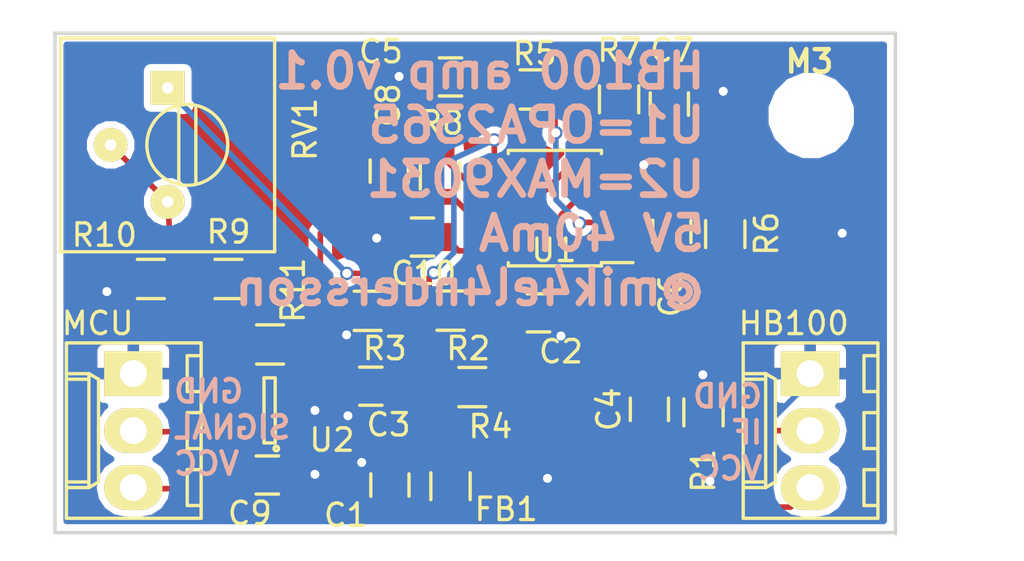
<source format=kicad_pcb>
(kicad_pcb (version 4) (host pcbnew 4.0.3-stable)

  (general
    (links 51)
    (no_connects 0)
    (area 146.81 105.135 192.507143 130.180001)
    (thickness 1.6)
    (drawings 8)
    (tracks 171)
    (zones 0)
    (modules 28)
    (nets 16)
  )

  (page A4)
  (layers
    (0 F.Cu signal)
    (31 B.Cu signal hide)
    (32 B.Adhes user)
    (33 F.Adhes user)
    (34 B.Paste user)
    (35 F.Paste user)
    (36 B.SilkS user)
    (37 F.SilkS user)
    (38 B.Mask user)
    (39 F.Mask user)
    (40 Dwgs.User user)
    (41 Cmts.User user)
    (42 Eco1.User user)
    (43 Eco2.User user)
    (44 Edge.Cuts user)
    (45 Margin user)
    (46 B.CrtYd user)
    (47 F.CrtYd user)
    (48 B.Fab user)
    (49 F.Fab user)
  )

  (setup
    (last_trace_width 0.25)
    (trace_clearance 0.2)
    (zone_clearance 0.4)
    (zone_45_only no)
    (trace_min 0.2)
    (segment_width 0.2)
    (edge_width 0.15)
    (via_size 0.6)
    (via_drill 0.4)
    (via_min_size 0.4)
    (via_min_drill 0.3)
    (uvia_size 0.3)
    (uvia_drill 0.1)
    (uvias_allowed no)
    (uvia_min_size 0.2)
    (uvia_min_drill 0.1)
    (pcb_text_width 0.3)
    (pcb_text_size 1.5 1.5)
    (mod_edge_width 0.15)
    (mod_text_size 1 1)
    (mod_text_width 0.15)
    (pad_size 2 2.6)
    (pad_drill 1.2)
    (pad_to_mask_clearance 0.07)
    (aux_axis_origin 0 0)
    (visible_elements FFFEFF7F)
    (pcbplotparams
      (layerselection 0x00030_80000001)
      (usegerberextensions false)
      (excludeedgelayer true)
      (linewidth 0.100000)
      (plotframeref false)
      (viasonmask false)
      (mode 1)
      (useauxorigin false)
      (hpglpennumber 1)
      (hpglpenspeed 20)
      (hpglpendiameter 15)
      (hpglpenoverlay 2)
      (psnegative false)
      (psa4output false)
      (plotreference true)
      (plotvalue true)
      (plotinvisibletext false)
      (padsonsilk false)
      (subtractmaskfromsilk false)
      (outputformat 1)
      (mirror false)
      (drillshape 1)
      (scaleselection 1)
      (outputdirectory ""))
  )

  (net 0 "")
  (net 1 VCC)
  (net 2 GND)
  (net 3 "Net-(C10-Pad1)")
  (net 4 "Net-(C3-Pad1)")
  (net 5 "Net-(C4-Pad1)")
  (net 6 "Net-(C4-Pad2)")
  (net 7 "Net-(C5-Pad2)")
  (net 8 "Net-(C6-Pad1)")
  (net 9 "Net-(C6-Pad2)")
  (net 10 "Net-(C7-Pad1)")
  (net 11 "Net-(C8-Pad1)")
  (net 12 "Net-(C8-Pad2)")
  (net 13 "Net-(P2-Pad2)")
  (net 14 "Net-(R10-Pad1)")
  (net 15 "Net-(R11-Pad2)")

  (net_class Default "This is the default net class."
    (clearance 0.2)
    (trace_width 0.25)
    (via_dia 0.6)
    (via_drill 0.4)
    (uvia_dia 0.3)
    (uvia_drill 0.1)
    (add_net GND)
    (add_net "Net-(C10-Pad1)")
    (add_net "Net-(C3-Pad1)")
    (add_net "Net-(C4-Pad1)")
    (add_net "Net-(C4-Pad2)")
    (add_net "Net-(C5-Pad2)")
    (add_net "Net-(C6-Pad1)")
    (add_net "Net-(C6-Pad2)")
    (add_net "Net-(C7-Pad1)")
    (add_net "Net-(C8-Pad1)")
    (add_net "Net-(C8-Pad2)")
    (add_net "Net-(P2-Pad2)")
    (add_net "Net-(R10-Pad1)")
    (add_net "Net-(R11-Pad2)")
    (add_net VCC)
  )

  (module Capacitors_SMD:C_0805 placed (layer F.Cu) (tedit 5866CD1F) (tstamp 586662FC)
    (at 164.18 126.79 90)
    (descr "Capacitor SMD 0805, reflow soldering, AVX (see smccp.pdf)")
    (tags "capacitor 0805")
    (path /58650056)
    (attr smd)
    (fp_text reference C1 (at -1.34 -1.96 180) (layer F.SilkS)
      (effects (font (size 1 1) (thickness 0.15)))
    )
    (fp_text value 10uF (at 0 2.1 90) (layer F.Fab)
      (effects (font (size 1 1) (thickness 0.15)))
    )
    (fp_line (start -1.8 -1) (end 1.8 -1) (layer F.CrtYd) (width 0.05))
    (fp_line (start -1.8 1) (end 1.8 1) (layer F.CrtYd) (width 0.05))
    (fp_line (start -1.8 -1) (end -1.8 1) (layer F.CrtYd) (width 0.05))
    (fp_line (start 1.8 -1) (end 1.8 1) (layer F.CrtYd) (width 0.05))
    (fp_line (start 0.5 -0.85) (end -0.5 -0.85) (layer F.SilkS) (width 0.15))
    (fp_line (start -0.5 0.85) (end 0.5 0.85) (layer F.SilkS) (width 0.15))
    (pad 1 smd rect (at -1 0 90) (size 1 1.25) (layers F.Cu F.Paste F.Mask)
      (net 1 VCC))
    (pad 2 smd rect (at 1 0 90) (size 1 1.25) (layers F.Cu F.Paste F.Mask)
      (net 2 GND))
    (model Capacitors_SMD.3dshapes/C_0805.wrl
      (at (xyz 0 0 0))
      (scale (xyz 1 1 1))
      (rotate (xyz 0 0 0))
    )
  )

  (module Capacitors_SMD:C_0805 placed (layer F.Cu) (tedit 5866C921) (tstamp 58666302)
    (at 170.8 119.11)
    (descr "Capacitor SMD 0805, reflow soldering, AVX (see smccp.pdf)")
    (tags "capacitor 0805")
    (path /58650017)
    (attr smd)
    (fp_text reference C2 (at 1 1.73) (layer F.SilkS)
      (effects (font (size 1 1) (thickness 0.15)))
    )
    (fp_text value 10uF (at 0 2.1) (layer F.Fab)
      (effects (font (size 1 1) (thickness 0.15)))
    )
    (fp_line (start -1.8 -1) (end 1.8 -1) (layer F.CrtYd) (width 0.05))
    (fp_line (start -1.8 1) (end 1.8 1) (layer F.CrtYd) (width 0.05))
    (fp_line (start -1.8 -1) (end -1.8 1) (layer F.CrtYd) (width 0.05))
    (fp_line (start 1.8 -1) (end 1.8 1) (layer F.CrtYd) (width 0.05))
    (fp_line (start 0.5 -0.85) (end -0.5 -0.85) (layer F.SilkS) (width 0.15))
    (fp_line (start -0.5 0.85) (end 0.5 0.85) (layer F.SilkS) (width 0.15))
    (pad 1 smd rect (at -1 0) (size 1 1.25) (layers F.Cu F.Paste F.Mask)
      (net 3 "Net-(C10-Pad1)"))
    (pad 2 smd rect (at 1 0) (size 1 1.25) (layers F.Cu F.Paste F.Mask)
      (net 2 GND))
    (model Capacitors_SMD.3dshapes/C_0805.wrl
      (at (xyz 0 0 0))
      (scale (xyz 1 1 1))
      (rotate (xyz 0 0 0))
    )
  )

  (module Capacitors_SMD:C_0805 placed (layer F.Cu) (tedit 5866C931) (tstamp 58666308)
    (at 163.33 122.38 180)
    (descr "Capacitor SMD 0805, reflow soldering, AVX (see smccp.pdf)")
    (tags "capacitor 0805")
    (path /5865007D)
    (attr smd)
    (fp_text reference C3 (at -0.79 -1.72 180) (layer F.SilkS)
      (effects (font (size 1 1) (thickness 0.15)))
    )
    (fp_text value 10uF (at 0 2.1 180) (layer F.Fab)
      (effects (font (size 1 1) (thickness 0.15)))
    )
    (fp_line (start -1.8 -1) (end 1.8 -1) (layer F.CrtYd) (width 0.05))
    (fp_line (start -1.8 1) (end 1.8 1) (layer F.CrtYd) (width 0.05))
    (fp_line (start -1.8 -1) (end -1.8 1) (layer F.CrtYd) (width 0.05))
    (fp_line (start 1.8 -1) (end 1.8 1) (layer F.CrtYd) (width 0.05))
    (fp_line (start 0.5 -0.85) (end -0.5 -0.85) (layer F.SilkS) (width 0.15))
    (fp_line (start -0.5 0.85) (end 0.5 0.85) (layer F.SilkS) (width 0.15))
    (pad 1 smd rect (at -1 0 180) (size 1 1.25) (layers F.Cu F.Paste F.Mask)
      (net 4 "Net-(C3-Pad1)"))
    (pad 2 smd rect (at 1 0 180) (size 1 1.25) (layers F.Cu F.Paste F.Mask)
      (net 2 GND))
    (model Capacitors_SMD.3dshapes/C_0805.wrl
      (at (xyz 0 0 0))
      (scale (xyz 1 1 1))
      (rotate (xyz 0 0 0))
    )
  )

  (module Capacitors_SMD:C_0805 placed (layer F.Cu) (tedit 5866CC4C) (tstamp 5866630E)
    (at 175.74 123.41 270)
    (descr "Capacitor SMD 0805, reflow soldering, AVX (see smccp.pdf)")
    (tags "capacitor 0805")
    (path /5865025A)
    (attr smd)
    (fp_text reference C4 (at 0 1.81 270) (layer F.SilkS)
      (effects (font (size 1 1) (thickness 0.15)))
    )
    (fp_text value 4.7nF (at 0 2.1 270) (layer F.Fab)
      (effects (font (size 1 1) (thickness 0.15)))
    )
    (fp_line (start -1.8 -1) (end 1.8 -1) (layer F.CrtYd) (width 0.05))
    (fp_line (start -1.8 1) (end 1.8 1) (layer F.CrtYd) (width 0.05))
    (fp_line (start -1.8 -1) (end -1.8 1) (layer F.CrtYd) (width 0.05))
    (fp_line (start 1.8 -1) (end 1.8 1) (layer F.CrtYd) (width 0.05))
    (fp_line (start 0.5 -0.85) (end -0.5 -0.85) (layer F.SilkS) (width 0.15))
    (fp_line (start -0.5 0.85) (end 0.5 0.85) (layer F.SilkS) (width 0.15))
    (pad 1 smd rect (at -1 0 270) (size 1 1.25) (layers F.Cu F.Paste F.Mask)
      (net 5 "Net-(C4-Pad1)"))
    (pad 2 smd rect (at 1 0 270) (size 1 1.25) (layers F.Cu F.Paste F.Mask)
      (net 6 "Net-(C4-Pad2)"))
    (model Capacitors_SMD.3dshapes/C_0805.wrl
      (at (xyz 0 0 0))
      (scale (xyz 1 1 1))
      (rotate (xyz 0 0 0))
    )
  )

  (module Capacitors_SMD:C_0805 placed (layer F.Cu) (tedit 5866CC2B) (tstamp 58666314)
    (at 166.88 108.59)
    (descr "Capacitor SMD 0805, reflow soldering, AVX (see smccp.pdf)")
    (tags "capacitor 0805")
    (path /586521F3)
    (attr smd)
    (fp_text reference C5 (at -3.1 -1.13) (layer F.SilkS)
      (effects (font (size 1 1) (thickness 0.15)))
    )
    (fp_text value 4.7uF (at 0 2.1) (layer F.Fab)
      (effects (font (size 1 1) (thickness 0.15)))
    )
    (fp_line (start -1.8 -1) (end 1.8 -1) (layer F.CrtYd) (width 0.05))
    (fp_line (start -1.8 1) (end 1.8 1) (layer F.CrtYd) (width 0.05))
    (fp_line (start -1.8 -1) (end -1.8 1) (layer F.CrtYd) (width 0.05))
    (fp_line (start 1.8 -1) (end 1.8 1) (layer F.CrtYd) (width 0.05))
    (fp_line (start 0.5 -0.85) (end -0.5 -0.85) (layer F.SilkS) (width 0.15))
    (fp_line (start -0.5 0.85) (end 0.5 0.85) (layer F.SilkS) (width 0.15))
    (pad 1 smd rect (at -1 0) (size 1 1.25) (layers F.Cu F.Paste F.Mask)
      (net 2 GND))
    (pad 2 smd rect (at 1 0) (size 1 1.25) (layers F.Cu F.Paste F.Mask)
      (net 7 "Net-(C5-Pad2)"))
    (model Capacitors_SMD.3dshapes/C_0805.wrl
      (at (xyz 0 0 0))
      (scale (xyz 1 1 1))
      (rotate (xyz 0 0 0))
    )
  )

  (module Capacitors_SMD:C_0805 placed (layer F.Cu) (tedit 5866BCDB) (tstamp 5866631A)
    (at 176.74 115.48 90)
    (descr "Capacitor SMD 0805, reflow soldering, AVX (see smccp.pdf)")
    (tags "capacitor 0805")
    (path /58650D19)
    (attr smd)
    (fp_text reference C6 (at -2.85 -0.04 90) (layer F.SilkS)
      (effects (font (size 1 1) (thickness 0.15)))
    )
    (fp_text value 100pF (at 0 2.1 90) (layer F.Fab)
      (effects (font (size 1 1) (thickness 0.15)))
    )
    (fp_line (start -1.8 -1) (end 1.8 -1) (layer F.CrtYd) (width 0.05))
    (fp_line (start -1.8 1) (end 1.8 1) (layer F.CrtYd) (width 0.05))
    (fp_line (start -1.8 -1) (end -1.8 1) (layer F.CrtYd) (width 0.05))
    (fp_line (start 1.8 -1) (end 1.8 1) (layer F.CrtYd) (width 0.05))
    (fp_line (start 0.5 -0.85) (end -0.5 -0.85) (layer F.SilkS) (width 0.15))
    (fp_line (start -0.5 0.85) (end 0.5 0.85) (layer F.SilkS) (width 0.15))
    (pad 1 smd rect (at -1 0 90) (size 1 1.25) (layers F.Cu F.Paste F.Mask)
      (net 8 "Net-(C6-Pad1)"))
    (pad 2 smd rect (at 1 0 90) (size 1 1.25) (layers F.Cu F.Paste F.Mask)
      (net 9 "Net-(C6-Pad2)"))
    (model Capacitors_SMD.3dshapes/C_0805.wrl
      (at (xyz 0 0 0))
      (scale (xyz 1 1 1))
      (rotate (xyz 0 0 0))
    )
  )

  (module Capacitors_SMD:C_0805 placed (layer F.Cu) (tedit 5866CC36) (tstamp 58666320)
    (at 176.63 109.8 270)
    (descr "Capacitor SMD 0805, reflow soldering, AVX (see smccp.pdf)")
    (tags "capacitor 0805")
    (path /58651FFA)
    (attr smd)
    (fp_text reference C7 (at -2.4 -0.12 360) (layer F.SilkS)
      (effects (font (size 1 1) (thickness 0.15)))
    )
    (fp_text value 4.7uF (at 0 2.1 270) (layer F.Fab)
      (effects (font (size 1 1) (thickness 0.15)))
    )
    (fp_line (start -1.8 -1) (end 1.8 -1) (layer F.CrtYd) (width 0.05))
    (fp_line (start -1.8 1) (end 1.8 1) (layer F.CrtYd) (width 0.05))
    (fp_line (start -1.8 -1) (end -1.8 1) (layer F.CrtYd) (width 0.05))
    (fp_line (start 1.8 -1) (end 1.8 1) (layer F.CrtYd) (width 0.05))
    (fp_line (start 0.5 -0.85) (end -0.5 -0.85) (layer F.SilkS) (width 0.15))
    (fp_line (start -0.5 0.85) (end 0.5 0.85) (layer F.SilkS) (width 0.15))
    (pad 1 smd rect (at -1 0 270) (size 1 1.25) (layers F.Cu F.Paste F.Mask)
      (net 10 "Net-(C7-Pad1)"))
    (pad 2 smd rect (at 1 0 270) (size 1 1.25) (layers F.Cu F.Paste F.Mask)
      (net 8 "Net-(C6-Pad1)"))
    (model Capacitors_SMD.3dshapes/C_0805.wrl
      (at (xyz 0 0 0))
      (scale (xyz 1 1 1))
      (rotate (xyz 0 0 0))
    )
  )

  (module Capacitors_SMD:C_0805 placed (layer F.Cu) (tedit 5866BB14) (tstamp 58666326)
    (at 164.15 112.79 90)
    (descr "Capacitor SMD 0805, reflow soldering, AVX (see smccp.pdf)")
    (tags "capacitor 0805")
    (path /58650D71)
    (attr smd)
    (fp_text reference C8 (at 2.94 -0.04 90) (layer F.SilkS)
      (effects (font (size 1 1) (thickness 0.15)))
    )
    (fp_text value 2.2nF (at 0 2.1 90) (layer F.Fab)
      (effects (font (size 1 1) (thickness 0.15)))
    )
    (fp_line (start -1.8 -1) (end 1.8 -1) (layer F.CrtYd) (width 0.05))
    (fp_line (start -1.8 1) (end 1.8 1) (layer F.CrtYd) (width 0.05))
    (fp_line (start -1.8 -1) (end -1.8 1) (layer F.CrtYd) (width 0.05))
    (fp_line (start 1.8 -1) (end 1.8 1) (layer F.CrtYd) (width 0.05))
    (fp_line (start 0.5 -0.85) (end -0.5 -0.85) (layer F.SilkS) (width 0.15))
    (fp_line (start -0.5 0.85) (end 0.5 0.85) (layer F.SilkS) (width 0.15))
    (pad 1 smd rect (at -1 0 90) (size 1 1.25) (layers F.Cu F.Paste F.Mask)
      (net 11 "Net-(C8-Pad1)"))
    (pad 2 smd rect (at 1 0 90) (size 1 1.25) (layers F.Cu F.Paste F.Mask)
      (net 12 "Net-(C8-Pad2)"))
    (model Capacitors_SMD.3dshapes/C_0805.wrl
      (at (xyz 0 0 0))
      (scale (xyz 1 1 1))
      (rotate (xyz 0 0 0))
    )
  )

  (module Capacitors_SMD:C_0805 placed (layer F.Cu) (tedit 5866CD26) (tstamp 5866632C)
    (at 158.72 126.34 180)
    (descr "Capacitor SMD 0805, reflow soldering, AVX (see smccp.pdf)")
    (tags "capacitor 0805")
    (path /58650F13)
    (attr smd)
    (fp_text reference C9 (at 0.78 -1.71 180) (layer F.SilkS)
      (effects (font (size 1 1) (thickness 0.15)))
    )
    (fp_text value 100nF (at 0 2.1 180) (layer F.Fab)
      (effects (font (size 1 1) (thickness 0.15)))
    )
    (fp_line (start -1.8 -1) (end 1.8 -1) (layer F.CrtYd) (width 0.05))
    (fp_line (start -1.8 1) (end 1.8 1) (layer F.CrtYd) (width 0.05))
    (fp_line (start -1.8 -1) (end -1.8 1) (layer F.CrtYd) (width 0.05))
    (fp_line (start 1.8 -1) (end 1.8 1) (layer F.CrtYd) (width 0.05))
    (fp_line (start 0.5 -0.85) (end -0.5 -0.85) (layer F.SilkS) (width 0.15))
    (fp_line (start -0.5 0.85) (end 0.5 0.85) (layer F.SilkS) (width 0.15))
    (pad 1 smd rect (at -1 0 180) (size 1 1.25) (layers F.Cu F.Paste F.Mask)
      (net 2 GND))
    (pad 2 smd rect (at 1 0 180) (size 1 1.25) (layers F.Cu F.Paste F.Mask)
      (net 1 VCC))
    (model Capacitors_SMD.3dshapes/C_0805.wrl
      (at (xyz 0 0 0))
      (scale (xyz 1 1 1))
      (rotate (xyz 0 0 0))
    )
  )

  (module Capacitors_SMD:C_0805 placed (layer F.Cu) (tedit 5866CCF3) (tstamp 58666332)
    (at 165.63 115.73 180)
    (descr "Capacitor SMD 0805, reflow soldering, AVX (see smccp.pdf)")
    (tags "capacitor 0805")
    (path /58666085)
    (attr smd)
    (fp_text reference C10 (at -0.05 -1.62 180) (layer F.SilkS)
      (effects (font (size 1 1) (thickness 0.15)))
    )
    (fp_text value 100nF (at 0 2.1 180) (layer F.Fab)
      (effects (font (size 1 1) (thickness 0.15)))
    )
    (fp_line (start -1.8 -1) (end 1.8 -1) (layer F.CrtYd) (width 0.05))
    (fp_line (start -1.8 1) (end 1.8 1) (layer F.CrtYd) (width 0.05))
    (fp_line (start -1.8 -1) (end -1.8 1) (layer F.CrtYd) (width 0.05))
    (fp_line (start 1.8 -1) (end 1.8 1) (layer F.CrtYd) (width 0.05))
    (fp_line (start 0.5 -0.85) (end -0.5 -0.85) (layer F.SilkS) (width 0.15))
    (fp_line (start -0.5 0.85) (end 0.5 0.85) (layer F.SilkS) (width 0.15))
    (pad 1 smd rect (at -1 0 180) (size 1 1.25) (layers F.Cu F.Paste F.Mask)
      (net 3 "Net-(C10-Pad1)"))
    (pad 2 smd rect (at 1 0 180) (size 1 1.25) (layers F.Cu F.Paste F.Mask)
      (net 2 GND))
    (model Capacitors_SMD.3dshapes/C_0805.wrl
      (at (xyz 0 0 0))
      (scale (xyz 1 1 1))
      (rotate (xyz 0 0 0))
    )
  )

  (module Resistors_SMD:R_0805 placed (layer F.Cu) (tedit 5866BD3E) (tstamp 58666338)
    (at 166.88 126.84 270)
    (descr "Resistor SMD 0805, reflow soldering, Vishay (see dcrcw.pdf)")
    (tags "resistor 0805")
    (path /5864FFF2)
    (attr smd)
    (fp_text reference FB1 (at 1.03 -2.48 360) (layer F.SilkS)
      (effects (font (size 1 1) (thickness 0.15)))
    )
    (fp_text value FILTER (at 0 2.1 270) (layer F.Fab)
      (effects (font (size 1 1) (thickness 0.15)))
    )
    (fp_line (start -1.6 -1) (end 1.6 -1) (layer F.CrtYd) (width 0.05))
    (fp_line (start -1.6 1) (end 1.6 1) (layer F.CrtYd) (width 0.05))
    (fp_line (start -1.6 -1) (end -1.6 1) (layer F.CrtYd) (width 0.05))
    (fp_line (start 1.6 -1) (end 1.6 1) (layer F.CrtYd) (width 0.05))
    (fp_line (start 0.6 0.875) (end -0.6 0.875) (layer F.SilkS) (width 0.15))
    (fp_line (start -0.6 -0.875) (end 0.6 -0.875) (layer F.SilkS) (width 0.15))
    (pad 1 smd rect (at -0.95 0 270) (size 0.7 1.3) (layers F.Cu F.Paste F.Mask)
      (net 3 "Net-(C10-Pad1)"))
    (pad 2 smd rect (at 0.95 0 270) (size 0.7 1.3) (layers F.Cu F.Paste F.Mask)
      (net 1 VCC))
    (model Resistors_SMD.3dshapes/R_0805.wrl
      (at (xyz 0 0 0))
      (scale (xyz 1 1 1))
      (rotate (xyz 0 0 0))
    )
  )

  (module Connectors_Molex:Molex_KK-6410-03_03x2.54mm_Straight placed (layer F.Cu) (tedit 5866CCE5) (tstamp 5866633F)
    (at 182.9 121.82 270)
    (descr "Connector Headers with Friction Lock, 22-27-2031, http://www.molex.com/pdm_docs/sd/022272021_sd.pdf")
    (tags "connector molex kk_6410 22-27-2031")
    (path /586512D6)
    (fp_text reference HB100 (at -2.24 0.73 360) (layer F.SilkS)
      (effects (font (size 1 1) (thickness 0.15)))
    )
    (fp_text value HB100 (at -2.78 0 360) (layer F.Fab)
      (effects (font (size 1 1) (thickness 0.15)))
    )
    (fp_line (start -1.37 -3.02) (end -1.37 2.98) (layer F.SilkS) (width 0.15))
    (fp_line (start -1.37 2.98) (end 6.45 2.98) (layer F.SilkS) (width 0.15))
    (fp_line (start 6.45 2.98) (end 6.45 -3.02) (layer F.SilkS) (width 0.15))
    (fp_line (start 6.45 -3.02) (end -1.37 -3.02) (layer F.SilkS) (width 0.15))
    (fp_line (start 0 2.98) (end 0 1.98) (layer F.SilkS) (width 0.15))
    (fp_line (start 0 1.98) (end 5.08 1.98) (layer F.SilkS) (width 0.15))
    (fp_line (start 5.08 1.98) (end 5.08 2.98) (layer F.SilkS) (width 0.15))
    (fp_line (start 0 1.98) (end 0.25 1.55) (layer F.SilkS) (width 0.15))
    (fp_line (start 0.25 1.55) (end 4.83 1.55) (layer F.SilkS) (width 0.15))
    (fp_line (start 4.83 1.55) (end 5.08 1.98) (layer F.SilkS) (width 0.15))
    (fp_line (start 0.25 2.98) (end 0.25 1.98) (layer F.SilkS) (width 0.15))
    (fp_line (start 4.83 2.98) (end 4.83 1.98) (layer F.SilkS) (width 0.15))
    (fp_line (start -0.8 -3.02) (end -0.8 -2.4) (layer F.SilkS) (width 0.15))
    (fp_line (start -0.8 -2.4) (end 0.8 -2.4) (layer F.SilkS) (width 0.15))
    (fp_line (start 0.8 -2.4) (end 0.8 -3.02) (layer F.SilkS) (width 0.15))
    (fp_line (start 1.74 -3.02) (end 1.74 -2.4) (layer F.SilkS) (width 0.15))
    (fp_line (start 1.74 -2.4) (end 3.34 -2.4) (layer F.SilkS) (width 0.15))
    (fp_line (start 3.34 -2.4) (end 3.34 -3.02) (layer F.SilkS) (width 0.15))
    (fp_line (start 4.28 -3.02) (end 4.28 -2.4) (layer F.SilkS) (width 0.15))
    (fp_line (start 4.28 -2.4) (end 5.88 -2.4) (layer F.SilkS) (width 0.15))
    (fp_line (start 5.88 -2.4) (end 5.88 -3.02) (layer F.SilkS) (width 0.15))
    (fp_line (start -1.9 3.5) (end -1.9 -3.55) (layer F.CrtYd) (width 0.05))
    (fp_line (start -1.9 -3.55) (end 7 -3.55) (layer F.CrtYd) (width 0.05))
    (fp_line (start 7 -3.55) (end 7 3.5) (layer F.CrtYd) (width 0.05))
    (fp_line (start 7 3.5) (end -1.9 3.5) (layer F.CrtYd) (width 0.05))
    (pad 1 thru_hole rect (at 0 0 270) (size 2 2.6) (drill 1.2) (layers *.Cu *.Mask F.SilkS)
      (net 2 GND))
    (pad 2 thru_hole oval (at 2.54 0 270) (size 2 2.6) (drill 1.2) (layers *.Cu *.Mask F.SilkS)
      (net 6 "Net-(C4-Pad2)"))
    (pad 3 thru_hole oval (at 5.08 0 270) (size 2 2.6) (drill 1.2) (layers *.Cu *.Mask F.SilkS)
      (net 1 VCC))
  )

  (module Connectors_Molex:Molex_KK-6410-03_03x2.54mm_Straight placed (layer F.Cu) (tedit 58679136) (tstamp 58666346)
    (at 152.75 121.82 270)
    (descr "Connector Headers with Friction Lock, 22-27-2031, http://www.molex.com/pdm_docs/sd/022272021_sd.pdf")
    (tags "connector molex kk_6410 22-27-2031")
    (path /5865133F)
    (fp_text reference MCU (at -2.24 1.59 360) (layer F.SilkS)
      (effects (font (size 1 1) (thickness 0.15)))
    )
    (fp_text value MCU (at 2.54 4.5 270) (layer F.Fab)
      (effects (font (size 1 1) (thickness 0.15)))
    )
    (fp_line (start -1.37 -3.02) (end -1.37 2.98) (layer F.SilkS) (width 0.15))
    (fp_line (start -1.37 2.98) (end 6.45 2.98) (layer F.SilkS) (width 0.15))
    (fp_line (start 6.45 2.98) (end 6.45 -3.02) (layer F.SilkS) (width 0.15))
    (fp_line (start 6.45 -3.02) (end -1.37 -3.02) (layer F.SilkS) (width 0.15))
    (fp_line (start 0 2.98) (end 0 1.98) (layer F.SilkS) (width 0.15))
    (fp_line (start 0 1.98) (end 5.08 1.98) (layer F.SilkS) (width 0.15))
    (fp_line (start 5.08 1.98) (end 5.08 2.98) (layer F.SilkS) (width 0.15))
    (fp_line (start 0 1.98) (end 0.25 1.55) (layer F.SilkS) (width 0.15))
    (fp_line (start 0.25 1.55) (end 4.83 1.55) (layer F.SilkS) (width 0.15))
    (fp_line (start 4.83 1.55) (end 5.08 1.98) (layer F.SilkS) (width 0.15))
    (fp_line (start 0.25 2.98) (end 0.25 1.98) (layer F.SilkS) (width 0.15))
    (fp_line (start 4.83 2.98) (end 4.83 1.98) (layer F.SilkS) (width 0.15))
    (fp_line (start -0.8 -3.02) (end -0.8 -2.4) (layer F.SilkS) (width 0.15))
    (fp_line (start -0.8 -2.4) (end 0.8 -2.4) (layer F.SilkS) (width 0.15))
    (fp_line (start 0.8 -2.4) (end 0.8 -3.02) (layer F.SilkS) (width 0.15))
    (fp_line (start 1.74 -3.02) (end 1.74 -2.4) (layer F.SilkS) (width 0.15))
    (fp_line (start 1.74 -2.4) (end 3.34 -2.4) (layer F.SilkS) (width 0.15))
    (fp_line (start 3.34 -2.4) (end 3.34 -3.02) (layer F.SilkS) (width 0.15))
    (fp_line (start 4.28 -3.02) (end 4.28 -2.4) (layer F.SilkS) (width 0.15))
    (fp_line (start 4.28 -2.4) (end 5.88 -2.4) (layer F.SilkS) (width 0.15))
    (fp_line (start 5.88 -2.4) (end 5.88 -3.02) (layer F.SilkS) (width 0.15))
    (fp_line (start -1.9 3.5) (end -1.9 -3.55) (layer F.CrtYd) (width 0.05))
    (fp_line (start -1.9 -3.55) (end 7 -3.55) (layer F.CrtYd) (width 0.05))
    (fp_line (start 7 -3.55) (end 7 3.5) (layer F.CrtYd) (width 0.05))
    (fp_line (start 7 3.5) (end -1.9 3.5) (layer F.CrtYd) (width 0.05))
    (pad 3 thru_hole rect (at 0 0 270) (size 2 2.6) (drill 1.2) (layers *.Cu *.Mask F.SilkS)
      (net 2 GND))
    (pad 2 thru_hole oval (at 2.54 0 270) (size 2 2.6) (drill 1.2) (layers *.Cu *.Mask F.SilkS)
      (net 13 "Net-(P2-Pad2)"))
    (pad 1 thru_hole oval (at 5.08 0 270) (size 2 2.6) (drill 1.2) (layers *.Cu *.Mask F.SilkS)
      (net 1 VCC))
  )

  (module Resistors_SMD:R_0805 placed (layer F.Cu) (tedit 5866CD31) (tstamp 5866634C)
    (at 178.15 123.55 90)
    (descr "Resistor SMD 0805, reflow soldering, Vishay (see dcrcw.pdf)")
    (tags "resistor 0805")
    (path /58650219)
    (attr smd)
    (fp_text reference R1 (at -2.6 0 90) (layer F.SilkS)
      (effects (font (size 1 1) (thickness 0.15)))
    )
    (fp_text value 12K (at 0 2.1 90) (layer F.Fab)
      (effects (font (size 1 1) (thickness 0.15)))
    )
    (fp_line (start -1.6 -1) (end 1.6 -1) (layer F.CrtYd) (width 0.05))
    (fp_line (start -1.6 1) (end 1.6 1) (layer F.CrtYd) (width 0.05))
    (fp_line (start -1.6 -1) (end -1.6 1) (layer F.CrtYd) (width 0.05))
    (fp_line (start 1.6 -1) (end 1.6 1) (layer F.CrtYd) (width 0.05))
    (fp_line (start 0.6 0.875) (end -0.6 0.875) (layer F.SilkS) (width 0.15))
    (fp_line (start -0.6 -0.875) (end 0.6 -0.875) (layer F.SilkS) (width 0.15))
    (pad 1 smd rect (at -0.95 0 90) (size 0.7 1.3) (layers F.Cu F.Paste F.Mask)
      (net 6 "Net-(C4-Pad2)"))
    (pad 2 smd rect (at 0.95 0 90) (size 0.7 1.3) (layers F.Cu F.Paste F.Mask)
      (net 2 GND))
    (model Resistors_SMD.3dshapes/R_0805.wrl
      (at (xyz 0 0 0))
      (scale (xyz 1 1 1))
      (rotate (xyz 0 0 0))
    )
  )

  (module Resistors_SMD:R_0805 placed (layer F.Cu) (tedit 5866CD15) (tstamp 58666352)
    (at 166.88 119.01 180)
    (descr "Resistor SMD 0805, reflow soldering, Vishay (see dcrcw.pdf)")
    (tags "resistor 0805")
    (path /58650131)
    (attr smd)
    (fp_text reference R2 (at -0.79 -1.69 180) (layer F.SilkS)
      (effects (font (size 1 1) (thickness 0.15)))
    )
    (fp_text value 10K (at 0 2.1 180) (layer F.Fab)
      (effects (font (size 1 1) (thickness 0.15)))
    )
    (fp_line (start -1.6 -1) (end 1.6 -1) (layer F.CrtYd) (width 0.05))
    (fp_line (start -1.6 1) (end 1.6 1) (layer F.CrtYd) (width 0.05))
    (fp_line (start -1.6 -1) (end -1.6 1) (layer F.CrtYd) (width 0.05))
    (fp_line (start 1.6 -1) (end 1.6 1) (layer F.CrtYd) (width 0.05))
    (fp_line (start 0.6 0.875) (end -0.6 0.875) (layer F.SilkS) (width 0.15))
    (fp_line (start -0.6 -0.875) (end 0.6 -0.875) (layer F.SilkS) (width 0.15))
    (pad 1 smd rect (at -0.95 0 180) (size 0.7 1.3) (layers F.Cu F.Paste F.Mask)
      (net 3 "Net-(C10-Pad1)"))
    (pad 2 smd rect (at 0.95 0 180) (size 0.7 1.3) (layers F.Cu F.Paste F.Mask)
      (net 4 "Net-(C3-Pad1)"))
    (model Resistors_SMD.3dshapes/R_0805.wrl
      (at (xyz 0 0 0))
      (scale (xyz 1 1 1))
      (rotate (xyz 0 0 0))
    )
  )

  (module Resistors_SMD:R_0805 placed (layer F.Cu) (tedit 5866CD10) (tstamp 58666358)
    (at 163.19 119.02 180)
    (descr "Resistor SMD 0805, reflow soldering, Vishay (see dcrcw.pdf)")
    (tags "resistor 0805")
    (path /5865016D)
    (attr smd)
    (fp_text reference R3 (at -0.76 -1.68 180) (layer F.SilkS)
      (effects (font (size 1 1) (thickness 0.15)))
    )
    (fp_text value 10K (at 0 2.1 180) (layer F.Fab)
      (effects (font (size 1 1) (thickness 0.15)))
    )
    (fp_line (start -1.6 -1) (end 1.6 -1) (layer F.CrtYd) (width 0.05))
    (fp_line (start -1.6 1) (end 1.6 1) (layer F.CrtYd) (width 0.05))
    (fp_line (start -1.6 -1) (end -1.6 1) (layer F.CrtYd) (width 0.05))
    (fp_line (start 1.6 -1) (end 1.6 1) (layer F.CrtYd) (width 0.05))
    (fp_line (start 0.6 0.875) (end -0.6 0.875) (layer F.SilkS) (width 0.15))
    (fp_line (start -0.6 -0.875) (end 0.6 -0.875) (layer F.SilkS) (width 0.15))
    (pad 1 smd rect (at -0.95 0 180) (size 0.7 1.3) (layers F.Cu F.Paste F.Mask)
      (net 4 "Net-(C3-Pad1)"))
    (pad 2 smd rect (at 0.95 0 180) (size 0.7 1.3) (layers F.Cu F.Paste F.Mask)
      (net 2 GND))
    (model Resistors_SMD.3dshapes/R_0805.wrl
      (at (xyz 0 0 0))
      (scale (xyz 1 1 1))
      (rotate (xyz 0 0 0))
    )
  )

  (module Resistors_SMD:R_0805 placed (layer F.Cu) (tedit 5866C935) (tstamp 5866635E)
    (at 167.85 122.42)
    (descr "Resistor SMD 0805, reflow soldering, Vishay (see dcrcw.pdf)")
    (tags "resistor 0805")
    (path /586501D2)
    (attr smd)
    (fp_text reference R4 (at 0.81 1.76) (layer F.SilkS)
      (effects (font (size 1 1) (thickness 0.15)))
    )
    (fp_text value 330K (at 0 2.1) (layer F.Fab)
      (effects (font (size 1 1) (thickness 0.15)))
    )
    (fp_line (start -1.6 -1) (end 1.6 -1) (layer F.CrtYd) (width 0.05))
    (fp_line (start -1.6 1) (end 1.6 1) (layer F.CrtYd) (width 0.05))
    (fp_line (start -1.6 -1) (end -1.6 1) (layer F.CrtYd) (width 0.05))
    (fp_line (start 1.6 -1) (end 1.6 1) (layer F.CrtYd) (width 0.05))
    (fp_line (start 0.6 0.875) (end -0.6 0.875) (layer F.SilkS) (width 0.15))
    (fp_line (start -0.6 -0.875) (end 0.6 -0.875) (layer F.SilkS) (width 0.15))
    (pad 1 smd rect (at -0.95 0) (size 0.7 1.3) (layers F.Cu F.Paste F.Mask)
      (net 4 "Net-(C3-Pad1)"))
    (pad 2 smd rect (at 0.95 0) (size 0.7 1.3) (layers F.Cu F.Paste F.Mask)
      (net 5 "Net-(C4-Pad1)"))
    (model Resistors_SMD.3dshapes/R_0805.wrl
      (at (xyz 0 0 0))
      (scale (xyz 1 1 1))
      (rotate (xyz 0 0 0))
    )
  )

  (module Resistors_SMD:R_0805 placed (layer F.Cu) (tedit 5866CDC9) (tstamp 58666364)
    (at 170.58 109.15)
    (descr "Resistor SMD 0805, reflow soldering, Vishay (see dcrcw.pdf)")
    (tags "resistor 0805")
    (path /5865218E)
    (attr smd)
    (fp_text reference R5 (at 0.05 -1.6) (layer F.SilkS)
      (effects (font (size 1 1) (thickness 0.15)))
    )
    (fp_text value 10K (at 0 2.1) (layer F.Fab)
      (effects (font (size 1 1) (thickness 0.15)))
    )
    (fp_line (start -1.6 -1) (end 1.6 -1) (layer F.CrtYd) (width 0.05))
    (fp_line (start -1.6 1) (end 1.6 1) (layer F.CrtYd) (width 0.05))
    (fp_line (start -1.6 -1) (end -1.6 1) (layer F.CrtYd) (width 0.05))
    (fp_line (start 1.6 -1) (end 1.6 1) (layer F.CrtYd) (width 0.05))
    (fp_line (start 0.6 0.875) (end -0.6 0.875) (layer F.SilkS) (width 0.15))
    (fp_line (start -0.6 -0.875) (end 0.6 -0.875) (layer F.SilkS) (width 0.15))
    (pad 1 smd rect (at -0.95 0) (size 0.7 1.3) (layers F.Cu F.Paste F.Mask)
      (net 7 "Net-(C5-Pad2)"))
    (pad 2 smd rect (at 0.95 0) (size 0.7 1.3) (layers F.Cu F.Paste F.Mask)
      (net 9 "Net-(C6-Pad2)"))
    (model Resistors_SMD.3dshapes/R_0805.wrl
      (at (xyz 0 0 0))
      (scale (xyz 1 1 1))
      (rotate (xyz 0 0 0))
    )
  )

  (module Resistors_SMD:R_0805 placed (layer F.Cu) (tedit 5866BB3C) (tstamp 5866636A)
    (at 179.12 115.6 90)
    (descr "Resistor SMD 0805, reflow soldering, Vishay (see dcrcw.pdf)")
    (tags "resistor 0805")
    (path /58650C8B)
    (attr smd)
    (fp_text reference R6 (at 0.02 1.84 90) (layer F.SilkS)
      (effects (font (size 1 1) (thickness 0.15)))
    )
    (fp_text value 1M (at 0 2.1 90) (layer F.Fab)
      (effects (font (size 1 1) (thickness 0.15)))
    )
    (fp_line (start -1.6 -1) (end 1.6 -1) (layer F.CrtYd) (width 0.05))
    (fp_line (start -1.6 1) (end 1.6 1) (layer F.CrtYd) (width 0.05))
    (fp_line (start -1.6 -1) (end -1.6 1) (layer F.CrtYd) (width 0.05))
    (fp_line (start 1.6 -1) (end 1.6 1) (layer F.CrtYd) (width 0.05))
    (fp_line (start 0.6 0.875) (end -0.6 0.875) (layer F.SilkS) (width 0.15))
    (fp_line (start -0.6 -0.875) (end 0.6 -0.875) (layer F.SilkS) (width 0.15))
    (pad 1 smd rect (at -0.95 0 90) (size 0.7 1.3) (layers F.Cu F.Paste F.Mask)
      (net 8 "Net-(C6-Pad1)"))
    (pad 2 smd rect (at 0.95 0 90) (size 0.7 1.3) (layers F.Cu F.Paste F.Mask)
      (net 9 "Net-(C6-Pad2)"))
    (model Resistors_SMD.3dshapes/R_0805.wrl
      (at (xyz 0 0 0))
      (scale (xyz 1 1 1))
      (rotate (xyz 0 0 0))
    )
  )

  (module Resistors_SMD:R_0805 placed (layer F.Cu) (tedit 5866CC3F) (tstamp 58666370)
    (at 174.39 109.59 90)
    (descr "Resistor SMD 0805, reflow soldering, Vishay (see dcrcw.pdf)")
    (tags "resistor 0805")
    (path /5865206B)
    (attr smd)
    (fp_text reference R7 (at 2.19 0.01 180) (layer F.SilkS)
      (effects (font (size 1 1) (thickness 0.15)))
    )
    (fp_text value 8.2K (at 0 2.1 90) (layer F.Fab)
      (effects (font (size 1 1) (thickness 0.15)))
    )
    (fp_line (start -1.6 -1) (end 1.6 -1) (layer F.CrtYd) (width 0.05))
    (fp_line (start -1.6 1) (end 1.6 1) (layer F.CrtYd) (width 0.05))
    (fp_line (start -1.6 -1) (end -1.6 1) (layer F.CrtYd) (width 0.05))
    (fp_line (start 1.6 -1) (end 1.6 1) (layer F.CrtYd) (width 0.05))
    (fp_line (start 0.6 0.875) (end -0.6 0.875) (layer F.SilkS) (width 0.15))
    (fp_line (start -0.6 -0.875) (end 0.6 -0.875) (layer F.SilkS) (width 0.15))
    (pad 1 smd rect (at -0.95 0 90) (size 0.7 1.3) (layers F.Cu F.Paste F.Mask)
      (net 12 "Net-(C8-Pad2)"))
    (pad 2 smd rect (at 0.95 0 90) (size 0.7 1.3) (layers F.Cu F.Paste F.Mask)
      (net 10 "Net-(C7-Pad1)"))
    (model Resistors_SMD.3dshapes/R_0805.wrl
      (at (xyz 0 0 0))
      (scale (xyz 1 1 1))
      (rotate (xyz 0 0 0))
    )
  )

  (module Resistors_SMD:R_0805 placed (layer F.Cu) (tedit 5866C273) (tstamp 58666376)
    (at 166.41 112.99 90)
    (descr "Resistor SMD 0805, reflow soldering, Vishay (see dcrcw.pdf)")
    (tags "resistor 0805")
    (path /58650CD2)
    (attr smd)
    (fp_text reference R8 (at 2.35 0.07 180) (layer F.SilkS)
      (effects (font (size 1 1) (thickness 0.15)))
    )
    (fp_text value 1M (at 0 2.1 90) (layer F.Fab)
      (effects (font (size 1 1) (thickness 0.15)))
    )
    (fp_line (start -1.6 -1) (end 1.6 -1) (layer F.CrtYd) (width 0.05))
    (fp_line (start -1.6 1) (end 1.6 1) (layer F.CrtYd) (width 0.05))
    (fp_line (start -1.6 -1) (end -1.6 1) (layer F.CrtYd) (width 0.05))
    (fp_line (start 1.6 -1) (end 1.6 1) (layer F.CrtYd) (width 0.05))
    (fp_line (start 0.6 0.875) (end -0.6 0.875) (layer F.SilkS) (width 0.15))
    (fp_line (start -0.6 -0.875) (end 0.6 -0.875) (layer F.SilkS) (width 0.15))
    (pad 1 smd rect (at -0.95 0 90) (size 0.7 1.3) (layers F.Cu F.Paste F.Mask)
      (net 11 "Net-(C8-Pad1)"))
    (pad 2 smd rect (at 0.95 0 90) (size 0.7 1.3) (layers F.Cu F.Paste F.Mask)
      (net 12 "Net-(C8-Pad2)"))
    (model Resistors_SMD.3dshapes/R_0805.wrl
      (at (xyz 0 0 0))
      (scale (xyz 1 1 1))
      (rotate (xyz 0 0 0))
    )
  )

  (module Resistors_SMD:R_0805 placed (layer F.Cu) (tedit 5866CCCF) (tstamp 5866637C)
    (at 153.53 117.6 180)
    (descr "Resistor SMD 0805, reflow soldering, Vishay (see dcrcw.pdf)")
    (tags "resistor 0805")
    (path /58650E1C)
    (attr smd)
    (fp_text reference R10 (at 2.07 1.96 180) (layer F.SilkS)
      (effects (font (size 1 1) (thickness 0.15)))
    )
    (fp_text value 10K (at 0 2.1 180) (layer F.Fab)
      (effects (font (size 1 1) (thickness 0.15)))
    )
    (fp_line (start -1.6 -1) (end 1.6 -1) (layer F.CrtYd) (width 0.05))
    (fp_line (start -1.6 1) (end 1.6 1) (layer F.CrtYd) (width 0.05))
    (fp_line (start -1.6 -1) (end -1.6 1) (layer F.CrtYd) (width 0.05))
    (fp_line (start 1.6 -1) (end 1.6 1) (layer F.CrtYd) (width 0.05))
    (fp_line (start 0.6 0.875) (end -0.6 0.875) (layer F.SilkS) (width 0.15))
    (fp_line (start -0.6 -0.875) (end 0.6 -0.875) (layer F.SilkS) (width 0.15))
    (pad 1 smd rect (at -0.95 0 180) (size 0.7 1.3) (layers F.Cu F.Paste F.Mask)
      (net 14 "Net-(R10-Pad1)"))
    (pad 2 smd rect (at 0.95 0 180) (size 0.7 1.3) (layers F.Cu F.Paste F.Mask)
      (net 2 GND))
    (model Resistors_SMD.3dshapes/R_0805.wrl
      (at (xyz 0 0 0))
      (scale (xyz 1 1 1))
      (rotate (xyz 0 0 0))
    )
  )

  (module Potentiometers:Potentiometer_Trimmer-Suntan-TSR-3386P placed (layer F.Cu) (tedit 5866BFAF) (tstamp 58666383)
    (at 154.28 109.08 270)
    (path /5865AE6C)
    (fp_text reference RV1 (at 1.85 -6.12 270) (layer F.SilkS)
      (effects (font (size 1 1) (thickness 0.15)))
    )
    (fp_text value POT (at 2.54 6.096 270) (layer F.Fab)
      (effects (font (size 1 1) (thickness 0.15)))
    )
    (fp_line (start 0.84 -1.255) (end 4.24 -1.255) (layer F.SilkS) (width 0.15))
    (fp_line (start 0.84 -0.495) (end 4.24 -0.495) (layer F.SilkS) (width 0.15))
    (fp_line (start -2.225 -4.765) (end 7.305 -4.765) (layer F.SilkS) (width 0.15))
    (fp_line (start 7.305 -4.765) (end 7.305 4.765) (layer F.SilkS) (width 0.15))
    (fp_line (start 7.305 4.765) (end -2.225 4.765) (layer F.SilkS) (width 0.15))
    (fp_line (start -2.225 4.765) (end -2.225 -4.765) (layer F.SilkS) (width 0.15))
    (fp_circle (center 2.54 -0.875) (end 4.115 0) (layer F.SilkS) (width 0.15))
    (pad 3 thru_hole circle (at 5.08 0 270) (size 1.51 1.51) (drill 0.51) (layers *.Cu *.Mask F.SilkS)
      (net 14 "Net-(R10-Pad1)"))
    (pad 1 thru_hole rect (at 0 0 270) (size 1.51 1.51) (drill 0.51) (layers *.Cu *.Mask F.SilkS)
      (net 3 "Net-(C10-Pad1)"))
    (pad 2 thru_hole circle (at 2.54 2.54 270) (size 1.51 1.51) (drill 0.51) (layers *.Cu *.Mask F.SilkS)
      (net 14 "Net-(R10-Pad1)"))
  )

  (module Housings_SOIC:SOIC-8_3.9x4.9mm_Pitch1.27mm placed (layer F.Cu) (tedit 5866CD63) (tstamp 5866638F)
    (at 171.53 114.44 180)
    (descr "8-Lead Plastic Small Outline (SN) - Narrow, 3.90 mm Body [SOIC] (see Microchip Packaging Specification 00000049BS.pdf)")
    (tags "SOIC 1.27")
    (path /5864F8AF)
    (attr smd)
    (fp_text reference U1 (at 0.04 -1.88 180) (layer F.SilkS)
      (effects (font (size 1 1) (thickness 0.15)))
    )
    (fp_text value OPA2365 (at 0 3.5 180) (layer F.Fab)
      (effects (font (size 1 1) (thickness 0.15)))
    )
    (fp_line (start -3.75 -2.75) (end -3.75 2.75) (layer F.CrtYd) (width 0.05))
    (fp_line (start 3.75 -2.75) (end 3.75 2.75) (layer F.CrtYd) (width 0.05))
    (fp_line (start -3.75 -2.75) (end 3.75 -2.75) (layer F.CrtYd) (width 0.05))
    (fp_line (start -3.75 2.75) (end 3.75 2.75) (layer F.CrtYd) (width 0.05))
    (fp_line (start -2.075 -2.575) (end -2.075 -2.43) (layer F.SilkS) (width 0.15))
    (fp_line (start 2.075 -2.575) (end 2.075 -2.43) (layer F.SilkS) (width 0.15))
    (fp_line (start 2.075 2.575) (end 2.075 2.43) (layer F.SilkS) (width 0.15))
    (fp_line (start -2.075 2.575) (end -2.075 2.43) (layer F.SilkS) (width 0.15))
    (fp_line (start -2.075 -2.575) (end 2.075 -2.575) (layer F.SilkS) (width 0.15))
    (fp_line (start -2.075 2.575) (end 2.075 2.575) (layer F.SilkS) (width 0.15))
    (fp_line (start -2.075 -2.43) (end -3.475 -2.43) (layer F.SilkS) (width 0.15))
    (pad 1 smd rect (at -2.7 -1.905 180) (size 1.55 0.6) (layers F.Cu F.Paste F.Mask)
      (net 8 "Net-(C6-Pad1)"))
    (pad 2 smd rect (at -2.7 -0.635 180) (size 1.55 0.6) (layers F.Cu F.Paste F.Mask)
      (net 9 "Net-(C6-Pad2)"))
    (pad 3 smd rect (at -2.7 0.635 180) (size 1.55 0.6) (layers F.Cu F.Paste F.Mask)
      (net 5 "Net-(C4-Pad1)"))
    (pad 4 smd rect (at -2.7 1.905 180) (size 1.55 0.6) (layers F.Cu F.Paste F.Mask)
      (net 2 GND))
    (pad 5 smd rect (at 2.7 1.905 180) (size 1.55 0.6) (layers F.Cu F.Paste F.Mask)
      (net 4 "Net-(C3-Pad1)"))
    (pad 6 smd rect (at 2.7 0.635 180) (size 1.55 0.6) (layers F.Cu F.Paste F.Mask)
      (net 12 "Net-(C8-Pad2)"))
    (pad 7 smd rect (at 2.7 -0.635 180) (size 1.55 0.6) (layers F.Cu F.Paste F.Mask)
      (net 11 "Net-(C8-Pad1)"))
    (pad 8 smd rect (at 2.7 -1.905 180) (size 1.55 0.6) (layers F.Cu F.Paste F.Mask)
      (net 3 "Net-(C10-Pad1)"))
    (model Housings_SOIC.3dshapes/SOIC-8_3.9x4.9mm_Pitch1.27mm.wrl
      (at (xyz 0 0 0))
      (scale (xyz 1 1 1))
      (rotate (xyz 0 0 0))
    )
  )

  (module TO_SOT_Packages_SMD:SOT-23-5 placed (layer F.Cu) (tedit 5866CD2A) (tstamp 58666398)
    (at 158.82 123.46 180)
    (descr "5-pin SOT23 package")
    (tags SOT-23-5)
    (path /586509AC)
    (attr smd)
    (fp_text reference U2 (at -2.78 -1.32 180) (layer F.SilkS)
      (effects (font (size 1 1) (thickness 0.15)))
    )
    (fp_text value MAX9031 (at -0.05 2.35 180) (layer F.Fab)
      (effects (font (size 1 1) (thickness 0.15)))
    )
    (fp_line (start -1.8 -1.6) (end 1.8 -1.6) (layer F.CrtYd) (width 0.05))
    (fp_line (start 1.8 -1.6) (end 1.8 1.6) (layer F.CrtYd) (width 0.05))
    (fp_line (start 1.8 1.6) (end -1.8 1.6) (layer F.CrtYd) (width 0.05))
    (fp_line (start -1.8 1.6) (end -1.8 -1.6) (layer F.CrtYd) (width 0.05))
    (fp_circle (center -0.3 -1.7) (end -0.2 -1.7) (layer F.SilkS) (width 0.15))
    (fp_line (start 0.25 -1.45) (end -0.25 -1.45) (layer F.SilkS) (width 0.15))
    (fp_line (start 0.25 1.45) (end 0.25 -1.45) (layer F.SilkS) (width 0.15))
    (fp_line (start -0.25 1.45) (end 0.25 1.45) (layer F.SilkS) (width 0.15))
    (fp_line (start -0.25 -1.45) (end -0.25 1.45) (layer F.SilkS) (width 0.15))
    (pad 1 smd rect (at -1.1 -0.95 180) (size 1.06 0.65) (layers F.Cu F.Paste F.Mask)
      (net 15 "Net-(R11-Pad2)"))
    (pad 2 smd rect (at -1.1 0 180) (size 1.06 0.65) (layers F.Cu F.Paste F.Mask)
      (net 2 GND))
    (pad 3 smd rect (at -1.1 0.95 180) (size 1.06 0.65) (layers F.Cu F.Paste F.Mask)
      (net 11 "Net-(C8-Pad1)"))
    (pad 4 smd rect (at 1.1 0.95 180) (size 1.06 0.65) (layers F.Cu F.Paste F.Mask)
      (net 13 "Net-(P2-Pad2)"))
    (pad 5 smd rect (at 1.1 -0.95 180) (size 1.06 0.65) (layers F.Cu F.Paste F.Mask)
      (net 1 VCC))
    (model TO_SOT_Packages_SMD.3dshapes/SOT-23-5.wrl
      (at (xyz 0 0 0))
      (scale (xyz 1 1 1))
      (rotate (xyz 0 0 0))
    )
  )

  (module Resistors_SMD:R_0805 (layer F.Cu) (tedit 5866CCC8) (tstamp 5866BAD4)
    (at 156.99 117.6)
    (descr "Resistor SMD 0805, reflow soldering, Vishay (see dcrcw.pdf)")
    (tags "resistor 0805")
    (path /5866BF7F)
    (attr smd)
    (fp_text reference R9 (at 0 -2.1) (layer F.SilkS)
      (effects (font (size 1 1) (thickness 0.15)))
    )
    (fp_text value 1K (at 0 2.1) (layer F.Fab)
      (effects (font (size 1 1) (thickness 0.15)))
    )
    (fp_line (start -1.6 -1) (end 1.6 -1) (layer F.CrtYd) (width 0.05))
    (fp_line (start -1.6 1) (end 1.6 1) (layer F.CrtYd) (width 0.05))
    (fp_line (start -1.6 -1) (end -1.6 1) (layer F.CrtYd) (width 0.05))
    (fp_line (start 1.6 -1) (end 1.6 1) (layer F.CrtYd) (width 0.05))
    (fp_line (start 0.6 0.875) (end -0.6 0.875) (layer F.SilkS) (width 0.15))
    (fp_line (start -0.6 -0.875) (end 0.6 -0.875) (layer F.SilkS) (width 0.15))
    (pad 1 smd rect (at -0.95 0) (size 0.7 1.3) (layers F.Cu F.Paste F.Mask)
      (net 14 "Net-(R10-Pad1)"))
    (pad 2 smd rect (at 0.95 0) (size 0.7 1.3) (layers F.Cu F.Paste F.Mask)
      (net 15 "Net-(R11-Pad2)"))
    (model Resistors_SMD.3dshapes/R_0805.wrl
      (at (xyz 0 0 0))
      (scale (xyz 1 1 1))
      (rotate (xyz 0 0 0))
    )
  )

  (module Resistors_SMD:R_0805 (layer F.Cu) (tedit 5866CD09) (tstamp 5866BADA)
    (at 158.84 120.52)
    (descr "Resistor SMD 0805, reflow soldering, Vishay (see dcrcw.pdf)")
    (tags "resistor 0805")
    (path /5866C0B0)
    (attr smd)
    (fp_text reference R11 (at 1.03 -2.42 90) (layer F.SilkS)
      (effects (font (size 1 1) (thickness 0.15)))
    )
    (fp_text value 47K (at 0 2.1) (layer F.Fab)
      (effects (font (size 1 1) (thickness 0.15)))
    )
    (fp_line (start -1.6 -1) (end 1.6 -1) (layer F.CrtYd) (width 0.05))
    (fp_line (start -1.6 1) (end 1.6 1) (layer F.CrtYd) (width 0.05))
    (fp_line (start -1.6 -1) (end -1.6 1) (layer F.CrtYd) (width 0.05))
    (fp_line (start 1.6 -1) (end 1.6 1) (layer F.CrtYd) (width 0.05))
    (fp_line (start 0.6 0.875) (end -0.6 0.875) (layer F.SilkS) (width 0.15))
    (fp_line (start -0.6 -0.875) (end 0.6 -0.875) (layer F.SilkS) (width 0.15))
    (pad 1 smd rect (at -0.95 0) (size 0.7 1.3) (layers F.Cu F.Paste F.Mask)
      (net 13 "Net-(P2-Pad2)"))
    (pad 2 smd rect (at 0.95 0) (size 0.7 1.3) (layers F.Cu F.Paste F.Mask)
      (net 15 "Net-(R11-Pad2)"))
    (model Resistors_SMD.3dshapes/R_0805.wrl
      (at (xyz 0 0 0))
      (scale (xyz 1 1 1))
      (rotate (xyz 0 0 0))
    )
  )

  (module Mounting_Holes:MountingHole_3.2mm_M3 (layer F.Cu) (tedit 5866C01B) (tstamp 5866BE4D)
    (at 182.95 110.31)
    (descr "Mounting Hole 3.2mm, no annular, M3")
    (tags "mounting hole 3.2mm no annular m3")
    (fp_text reference "" (at 0 -4.2) (layer F.SilkS)
      (effects (font (size 1 1) (thickness 0.15)))
    )
    (fp_text value MountingHole_3.2mm_M3 (at 0 4.2) (layer F.Fab)
      (effects (font (size 1 1) (thickness 0.15)))
    )
    (fp_circle (center 0 0) (end 3.2 0) (layer Cmts.User) (width 0.15))
    (fp_circle (center 0 0) (end 3.45 0) (layer F.CrtYd) (width 0.05))
    (pad 1 np_thru_hole circle (at 0 0) (size 3.2 3.2) (drill 3.2) (layers *.Cu *.Mask F.SilkS))
  )

  (gr_text M3 (at 182.87 107.9) (layer F.SilkS)
    (effects (font (size 1 1) (thickness 0.2)))
  )
  (gr_text "GND\nSIGNAL\nVCC" (at 154.45 124.22) (layer B.SilkS)
    (effects (font (size 1 1) (thickness 0.2)) (justify right mirror))
  )
  (gr_text "GND\nIF\nVCC" (at 180.88 124.44) (layer B.SilkS)
    (effects (font (size 1 1) (thickness 0.2)) (justify left mirror))
  )
  (gr_text "HB100 amp v0.1\nU1=OPA2365\nU2=MAX9031\n5V 40mA\n@mik4el4ndersson\n" (at 178.37 113.16) (layer B.SilkS)
    (effects (font (size 1.5 1.5) (thickness 0.3)) (justify left mirror))
  )
  (gr_line (start 186.7 128.97) (end 186.7 106.67) (angle 90) (layer Edge.Cuts) (width 0.15))
  (gr_line (start 186.7 106.64) (end 149.23 106.64) (angle 90) (layer Edge.Cuts) (width 0.15))
  (gr_line (start 149.26 128.91) (end 186.7 128.91) (angle 90) (layer Edge.Cuts) (width 0.15))
  (gr_line (start 149.26 106.67) (end 149.26 128.91) (angle 90) (layer Edge.Cuts) (width 0.15))

  (segment (start 157.72 126.34) (end 157.72 124.41) (width 0.25) (layer F.Cu) (net 1))
  (segment (start 157.72 126.34) (end 157.72 127.71) (width 0.25) (layer F.Cu) (net 1))
  (segment (start 157.72 127.71) (end 157.64 127.79) (width 0.25) (layer F.Cu) (net 1) (tstamp 5866C1C7))
  (segment (start 164.18 127.79) (end 166.88 127.79) (width 0.25) (layer F.Cu) (net 1))
  (segment (start 166.88 127.79) (end 166.9 127.77) (width 0.25) (layer F.Cu) (net 1) (tstamp 5866C1AD))
  (segment (start 166.9 127.77) (end 182.03 127.77) (width 0.25) (layer F.Cu) (net 1) (tstamp 5866C1AE))
  (segment (start 182.03 127.77) (end 182.9 126.9) (width 0.25) (layer F.Cu) (net 1) (tstamp 5866C1B3))
  (segment (start 156.3 127.79) (end 157.64 127.79) (width 0.25) (layer F.Cu) (net 1) (tstamp 5866C175))
  (segment (start 157.64 127.79) (end 164.18 127.79) (width 0.25) (layer F.Cu) (net 1) (tstamp 5866C1CE))
  (segment (start 152.73 126.95) (end 155.46 126.95) (width 0.25) (layer F.Cu) (net 1))
  (segment (start 155.46 126.95) (end 156.3 127.79) (width 0.25) (layer F.Cu) (net 1) (tstamp 5866C16F))
  (segment (start 152.73 119.32) (end 152.73 121.87) (width 0.25) (layer B.Cu) (net 2) (tstamp 5866CBF3))
  (segment (start 151.57 118.16) (end 152.73 119.32) (width 0.25) (layer B.Cu) (net 2) (tstamp 5866CBF2))
  (segment (start 159.25 121.87) (end 152.73 121.87) (width 0.25) (layer B.Cu) (net 2) (tstamp 5866CB21))
  (segment (start 182.9 121.82) (end 182.9 122.16) (width 0.25) (layer B.Cu) (net 2))
  (segment (start 182.9 122.16) (end 178.44 126.62) (width 0.25) (layer B.Cu) (net 2) (tstamp 5866D006))
  (via (at 171.2 126.49) (size 0.6) (drill 0.4) (layers F.Cu B.Cu) (net 2))
  (segment (start 171.58 126.87) (end 171.2 126.49) (width 0.25) (layer F.Cu) (net 2) (tstamp 5866D00F))
  (segment (start 178.19 126.87) (end 171.58 126.87) (width 0.25) (layer F.Cu) (net 2) (tstamp 5866D00C))
  (segment (start 178.44 126.62) (end 178.19 126.87) (width 0.25) (layer F.Cu) (net 2) (tstamp 5866D00B))
  (via (at 178.44 126.62) (size 0.6) (drill 0.4) (layers F.Cu B.Cu) (net 2))
  (segment (start 184.33 115.56) (end 184.33 114.53) (width 0.25) (layer B.Cu) (net 2))
  (via (at 179.03 109.23) (size 0.6) (drill 0.4) (layers F.Cu B.Cu) (net 2))
  (segment (start 184.33 114.53) (end 179.03 109.23) (width 0.25) (layer B.Cu) (net 2) (tstamp 5866CF33))
  (segment (start 184.33 115.6) (end 184.33 115.56) (width 0.25) (layer F.Cu) (net 2))
  (segment (start 178.12 121.77) (end 178.12 121.87) (width 0.25) (layer B.Cu) (net 2) (tstamp 5866CF29))
  (segment (start 184.33 115.56) (end 178.12 121.77) (width 0.25) (layer B.Cu) (net 2) (tstamp 5866CF28))
  (via (at 184.33 115.56) (size 0.6) (drill 0.4) (layers F.Cu B.Cu) (net 2))
  (segment (start 152.58 117.6) (end 151.58 118.15) (width 0.25) (layer F.Cu) (net 2) (status 10))
  (via (at 151.57 118.16) (size 0.6) (drill 0.4) (layers F.Cu B.Cu) (net 2))
  (segment (start 151.58 118.15) (end 151.57 118.16) (width 0.25) (layer F.Cu) (net 2) (tstamp 5866CBED))
  (segment (start 165.88 108.59) (end 164.61 108.59) (width 0.25) (layer F.Cu) (net 2) (status 10))
  (segment (start 163.59 109.57) (end 163.59 115.78) (width 0.25) (layer B.Cu) (net 2) (tstamp 5866CBE1))
  (segment (start 164.59 108.57) (end 163.59 109.57) (width 0.25) (layer B.Cu) (net 2) (tstamp 5866CBE0))
  (via (at 164.59 108.57) (size 0.6) (drill 0.4) (layers F.Cu B.Cu) (net 2))
  (segment (start 164.61 108.59) (end 164.59 108.57) (width 0.25) (layer F.Cu) (net 2) (tstamp 5866CBDB))
  (segment (start 174.23 112.535) (end 175.465 112.535) (width 0.25) (layer F.Cu) (net 2))
  (segment (start 178.12 115.14) (end 178.12 121.87) (width 0.25) (layer B.Cu) (net 2) (tstamp 5866CBCF))
  (segment (start 175.49 112.51) (end 178.12 115.14) (width 0.25) (layer B.Cu) (net 2) (tstamp 5866CBCE))
  (via (at 175.49 112.51) (size 0.6) (drill 0.4) (layers F.Cu B.Cu) (net 2))
  (segment (start 175.465 112.535) (end 175.49 112.51) (width 0.25) (layer F.Cu) (net 2) (tstamp 5866CBC9))
  (segment (start 178.12 121.87) (end 173.53 121.87) (width 0.25) (layer B.Cu) (net 2))
  (segment (start 173.53 121.87) (end 171.8 120.14) (width 0.25) (layer B.Cu) (net 2) (tstamp 5866CBB9))
  (segment (start 178.15 122.6) (end 178.15 121.9) (width 0.25) (layer F.Cu) (net 2))
  (segment (start 178.17 121.82) (end 182.9 121.82) (width 0.25) (layer B.Cu) (net 2) (tstamp 5866CBB1))
  (segment (start 178.12 121.87) (end 178.17 121.82) (width 0.25) (layer B.Cu) (net 2) (tstamp 5866CBB0))
  (via (at 178.12 121.87) (size 0.6) (drill 0.4) (layers F.Cu B.Cu) (net 2))
  (segment (start 178.15 121.9) (end 178.12 121.87) (width 0.25) (layer F.Cu) (net 2) (tstamp 5866CBAB))
  (segment (start 164.63 115.73) (end 163.64 115.73) (width 0.25) (layer F.Cu) (net 2))
  (segment (start 163.7 118.64) (end 162.25 120.09) (width 0.25) (layer B.Cu) (net 2) (tstamp 5866CB9A))
  (segment (start 163.7 115.89) (end 163.7 118.64) (width 0.25) (layer B.Cu) (net 2) (tstamp 5866CB96))
  (segment (start 163.59 115.78) (end 163.7 115.89) (width 0.25) (layer B.Cu) (net 2) (tstamp 5866CB95))
  (via (at 163.59 115.78) (size 0.6) (drill 0.4) (layers F.Cu B.Cu) (net 2))
  (segment (start 163.64 115.73) (end 163.59 115.78) (width 0.25) (layer F.Cu) (net 2) (tstamp 5866CB90))
  (segment (start 171.8 119.11) (end 171.8 120.14) (width 0.25) (layer F.Cu) (net 2))
  (via (at 171.8 120.14) (size 0.6) (drill 0.4) (layers F.Cu B.Cu) (net 2))
  (segment (start 171.75 120.09) (end 162.25 120.09) (width 0.25) (layer B.Cu) (net 2) (tstamp 5866CB7E))
  (segment (start 171.8 120.14) (end 171.75 120.09) (width 0.25) (layer B.Cu) (net 2) (tstamp 5866CB7D))
  (segment (start 164.18 125.79) (end 162.93 125.79) (width 0.25) (layer F.Cu) (net 2))
  (segment (start 162.31 125.17) (end 162.31 123.7) (width 0.25) (layer B.Cu) (net 2) (tstamp 5866CB67))
  (segment (start 162.92 125.78) (end 162.31 125.17) (width 0.25) (layer B.Cu) (net 2) (tstamp 5866CB66))
  (via (at 162.92 125.78) (size 0.6) (drill 0.4) (layers F.Cu B.Cu) (net 2))
  (segment (start 162.93 125.79) (end 162.92 125.78) (width 0.25) (layer F.Cu) (net 2) (tstamp 5866CB5F))
  (segment (start 159.72 126.34) (end 160.81 126.34) (width 0.25) (layer F.Cu) (net 2))
  (segment (start 160.84 126.31) (end 160.84 123.46) (width 0.25) (layer B.Cu) (net 2) (tstamp 5866CB56))
  (via (at 160.84 126.31) (size 0.6) (drill 0.4) (layers F.Cu B.Cu) (net 2))
  (segment (start 160.81 126.34) (end 160.84 126.31) (width 0.25) (layer F.Cu) (net 2) (tstamp 5866CB4E))
  (segment (start 162.24 119.02) (end 162.24 120.08) (width 0.25) (layer F.Cu) (net 2))
  (segment (start 162.31 120.15) (end 162.31 123.7) (width 0.25) (layer B.Cu) (net 2) (tstamp 5866CB43))
  (segment (start 162.25 120.09) (end 162.31 120.15) (width 0.25) (layer B.Cu) (net 2) (tstamp 5866CB42))
  (via (at 162.25 120.09) (size 0.6) (drill 0.4) (layers F.Cu B.Cu) (net 2))
  (segment (start 162.24 120.08) (end 162.25 120.09) (width 0.25) (layer F.Cu) (net 2) (tstamp 5866CB3E))
  (segment (start 162.33 122.38) (end 162.33 123.68) (width 0.25) (layer F.Cu) (net 2))
  (segment (start 162.07 123.46) (end 160.84 123.46) (width 0.25) (layer B.Cu) (net 2) (tstamp 5866CB31))
  (segment (start 162.31 123.7) (end 162.07 123.46) (width 0.25) (layer B.Cu) (net 2) (tstamp 5866CB30))
  (via (at 162.31 123.7) (size 0.6) (drill 0.4) (layers F.Cu B.Cu) (net 2))
  (segment (start 162.33 123.68) (end 162.31 123.7) (width 0.25) (layer F.Cu) (net 2) (tstamp 5866CB2A))
  (segment (start 159.92 123.46) (end 160.84 123.46) (width 0.25) (layer F.Cu) (net 2))
  (segment (start 160.84 123.46) (end 159.25 121.87) (width 0.25) (layer B.Cu) (net 2) (tstamp 5866CB20))
  (via (at 160.84 123.46) (size 0.6) (drill 0.4) (layers F.Cu B.Cu) (net 2))
  (segment (start 166.63 115.73) (end 166.56 115.73) (width 0.25) (layer F.Cu) (net 3))
  (segment (start 166.56 115.73) (end 164.94 117.35) (width 0.25) (layer F.Cu) (net 3) (tstamp 5866CABF))
  (segment (start 162.26 117.35) (end 154.28 109.16) (width 0.25) (layer B.Cu) (net 3) (tstamp 5866CACE) (status 20))
  (via (at 162.26 117.35) (size 0.6) (drill 0.4) (layers F.Cu B.Cu) (net 3))
  (segment (start 164.94 117.35) (end 162.26 117.35) (width 0.25) (layer F.Cu) (net 3) (tstamp 5866CAC4))
  (segment (start 154.28 109.16) (end 154.28 109.08) (width 0.25) (layer B.Cu) (net 3) (tstamp 5866CACF) (status 30))
  (segment (start 168.83 116.345) (end 167.245 116.345) (width 0.25) (layer F.Cu) (net 3))
  (segment (start 167.245 116.345) (end 166.63 115.73) (width 0.25) (layer F.Cu) (net 3) (tstamp 5866CA97))
  (segment (start 167.83 119.01) (end 167.83 124.94) (width 0.25) (layer F.Cu) (net 3))
  (segment (start 167.83 124.94) (end 166.88 125.89) (width 0.25) (layer F.Cu) (net 3) (tstamp 5866C8FF))
  (segment (start 167.83 119.01) (end 169.7 119.01) (width 0.25) (layer F.Cu) (net 3))
  (segment (start 169.7 119.01) (end 169.8 119.11) (width 0.25) (layer F.Cu) (net 3) (tstamp 5866C878))
  (segment (start 168.83 116.345) (end 168.83 118.14) (width 0.25) (layer F.Cu) (net 3))
  (segment (start 168.83 118.14) (end 169.8 119.11) (width 0.25) (layer F.Cu) (net 3) (tstamp 5866C874))
  (segment (start 168.83 112.535) (end 168.83 111.4) (width 0.25) (layer F.Cu) (net 4))
  (via (at 168.83 111.4) (size 0.6) (drill 0.4) (layers F.Cu B.Cu) (net 4))
  (segment (start 167.03 112.23) (end 168.83 111.4) (width 0.25) (layer B.Cu) (net 4) (tstamp 5866C969))
  (segment (start 167.03 116.42) (end 167.03 112.23) (width 0.25) (layer B.Cu) (net 4) (tstamp 5866C968))
  (segment (start 166.13 117.32) (end 167.03 116.42) (width 0.25) (layer B.Cu) (net 4) (tstamp 5866C967))
  (via (at 166.13 117.32) (size 0.6) (drill 0.4) (layers F.Cu B.Cu) (net 4))
  (segment (start 165.93 117.52) (end 166.13 117.32) (width 0.25) (layer F.Cu) (net 4) (tstamp 5866C955))
  (segment (start 165.93 117.52) (end 165.93 119.01) (width 0.25) (layer F.Cu) (net 4))
  (segment (start 164.14 119.02) (end 165.92 119.02) (width 0.25) (layer F.Cu) (net 4))
  (segment (start 165.92 119.02) (end 165.93 119.01) (width 0.25) (layer F.Cu) (net 4) (tstamp 5866C94E))
  (segment (start 166.9 122.42) (end 164.37 122.42) (width 0.25) (layer F.Cu) (net 4))
  (segment (start 164.37 122.42) (end 164.14 122.19) (width 0.25) (layer F.Cu) (net 4) (tstamp 5866C949))
  (segment (start 164.14 122.19) (end 164.14 119.02) (width 0.25) (layer F.Cu) (net 4) (tstamp 5866C94A))
  (segment (start 175.74 122.41) (end 168.81 122.41) (width 0.25) (layer F.Cu) (net 5))
  (segment (start 168.81 122.41) (end 168.8 122.42) (width 0.25) (layer F.Cu) (net 5) (tstamp 5866C928))
  (segment (start 175.74 122.41) (end 175.74 120.49) (width 0.25) (layer F.Cu) (net 5))
  (segment (start 172.745 113.805) (end 174.23 113.805) (width 0.25) (layer F.Cu) (net 5) (tstamp 5866C7CF))
  (segment (start 171.81 114.74) (end 172.745 113.805) (width 0.25) (layer F.Cu) (net 5) (tstamp 5866C7CE))
  (segment (start 171.81 116.56) (end 171.81 114.74) (width 0.25) (layer F.Cu) (net 5) (tstamp 5866C7CC))
  (segment (start 175.74 120.49) (end 171.81 116.56) (width 0.25) (layer F.Cu) (net 5) (tstamp 5866C7CA))
  (segment (start 182.9 124.36) (end 178.29 124.36) (width 0.25) (layer F.Cu) (net 6))
  (segment (start 178.29 124.36) (end 178.24 124.41) (width 0.25) (layer F.Cu) (net 6) (tstamp 5866C7C3))
  (segment (start 178.24 124.41) (end 175.74 124.41) (width 0.25) (layer F.Cu) (net 6) (tstamp 5866C7C4))
  (segment (start 169.63 109.15) (end 167.95 108.66) (width 0.25) (layer F.Cu) (net 7) (status 20))
  (segment (start 167.95 108.66) (end 167.88 108.59) (width 0.25) (layer F.Cu) (net 7) (tstamp 5866C842) (status 30))
  (segment (start 179.12 116.55) (end 180.42 116.55) (width 0.25) (layer F.Cu) (net 8))
  (segment (start 179.24 113.41) (end 176.63 110.8) (width 0.25) (layer F.Cu) (net 8) (tstamp 5866C803))
  (segment (start 180.14 113.41) (end 179.24 113.41) (width 0.25) (layer F.Cu) (net 8) (tstamp 5866C801))
  (segment (start 180.83 114.1) (end 180.14 113.41) (width 0.25) (layer F.Cu) (net 8) (tstamp 5866C7FC))
  (segment (start 180.83 116.14) (end 180.83 114.1) (width 0.25) (layer F.Cu) (net 8) (tstamp 5866C7FB))
  (segment (start 180.42 116.55) (end 180.83 116.14) (width 0.25) (layer F.Cu) (net 8) (tstamp 5866C7F9))
  (segment (start 174.23 116.345) (end 176.605 116.345) (width 0.25) (layer F.Cu) (net 8))
  (segment (start 176.605 116.345) (end 176.81 116.55) (width 0.25) (layer F.Cu) (net 8) (tstamp 5866C7D2))
  (segment (start 176.81 116.55) (end 179.12 116.55) (width 0.25) (layer F.Cu) (net 8) (tstamp 5866C7D3))
  (segment (start 171.57 111.08) (end 171.54 111.05) (width 0.25) (layer F.Cu) (net 9) (tstamp 5866C83E))
  (via (at 171.57 111.08) (size 0.6) (drill 0.4) (layers F.Cu B.Cu) (net 9))
  (segment (start 171.58 114.07) (end 171.57 111.08) (width 0.25) (layer B.Cu) (net 9) (tstamp 5866C837))
  (segment (start 172.62 115.11) (end 171.58 114.07) (width 0.25) (layer B.Cu) (net 9) (tstamp 5866C836))
  (segment (start 174.23 115.075) (end 172.655 115.075) (width 0.25) (layer F.Cu) (net 9))
  (segment (start 171.54 111.05) (end 171.53 109.15) (width 0.25) (layer F.Cu) (net 9) (tstamp 5866C83F) (status 20))
  (via (at 172.62 115.11) (size 0.6) (drill 0.4) (layers F.Cu B.Cu) (net 9))
  (segment (start 172.655 115.075) (end 172.62 115.11) (width 0.25) (layer F.Cu) (net 9) (tstamp 5866C82E))
  (segment (start 176.74 114.48) (end 174.825 114.48) (width 0.25) (layer F.Cu) (net 9))
  (segment (start 174.825 114.48) (end 174.23 115.075) (width 0.25) (layer F.Cu) (net 9) (tstamp 5866C7D9))
  (segment (start 179.12 114.65) (end 176.91 114.65) (width 0.25) (layer F.Cu) (net 9))
  (segment (start 176.91 114.65) (end 176.74 114.48) (width 0.25) (layer F.Cu) (net 9) (tstamp 5866C7D6))
  (segment (start 176.63 108.8) (end 174.55 108.8) (width 0.25) (layer F.Cu) (net 10))
  (segment (start 174.55 108.8) (end 174.39 108.64) (width 0.25) (layer F.Cu) (net 10) (tstamp 5866C809))
  (segment (start 164.15 113.79) (end 162.85 113.79) (width 0.25) (layer F.Cu) (net 11))
  (segment (start 161.08 121.35) (end 159.92 122.51) (width 0.25) (layer F.Cu) (net 11) (tstamp 5866CAB6))
  (segment (start 161.08 115.56) (end 161.08 121.35) (width 0.25) (layer F.Cu) (net 11) (tstamp 5866CAB3))
  (segment (start 162.85 113.79) (end 161.08 115.56) (width 0.25) (layer F.Cu) (net 11) (tstamp 5866CAAA))
  (segment (start 166.41 113.94) (end 164.3 113.94) (width 0.25) (layer F.Cu) (net 11))
  (segment (start 164.3 113.94) (end 164.15 113.79) (width 0.25) (layer F.Cu) (net 11) (tstamp 5866CAA7))
  (segment (start 168.83 115.075) (end 168.105 115.075) (width 0.25) (layer F.Cu) (net 11))
  (segment (start 168.105 115.075) (end 166.97 113.94) (width 0.25) (layer F.Cu) (net 11) (tstamp 5866CA9B))
  (segment (start 166.97 113.94) (end 166.41 113.94) (width 0.25) (layer F.Cu) (net 11) (tstamp 5866CAA1))
  (segment (start 168.83 113.805) (end 168.175 113.805) (width 0.25) (layer F.Cu) (net 12))
  (segment (start 168.175 113.805) (end 166.16 111.79) (width 0.25) (layer F.Cu) (net 12) (tstamp 5866C9A8))
  (segment (start 166.16 111.79) (end 164.15 111.79) (width 0.25) (layer F.Cu) (net 12) (tstamp 5866C9A9))
  (segment (start 174.39 110.54) (end 174.22 110.54) (width 0.25) (layer F.Cu) (net 12))
  (segment (start 174.22 110.54) (end 170.955 113.805) (width 0.25) (layer F.Cu) (net 12) (tstamp 5866C80C))
  (segment (start 170.955 113.805) (end 168.83 113.805) (width 0.25) (layer F.Cu) (net 12) (tstamp 5866C810))
  (segment (start 157.89 120.52) (end 157.89 122.34) (width 0.25) (layer F.Cu) (net 13))
  (segment (start 157.89 122.34) (end 155.82 124.41) (width 0.25) (layer F.Cu) (net 13) (tstamp 5866C1D5))
  (segment (start 155.82 124.41) (end 152.73 124.41) (width 0.25) (layer F.Cu) (net 13) (tstamp 5866C1D6))
  (segment (start 156.04 117.6) (end 154.48 117.6) (width 0.25) (layer F.Cu) (net 14) (status 10))
  (segment (start 154.48 117.6) (end 154.5 117.58) (width 0.25) (layer F.Cu) (net 14) (tstamp 5866C1E8) (status 30))
  (segment (start 154.5 117.58) (end 154.28 114.16) (width 0.25) (layer F.Cu) (net 14) (tstamp 5866C1EA) (status 10))
  (segment (start 154.28 114.16) (end 151.74 111.62) (width 0.25) (layer F.Cu) (net 14) (tstamp 5866C1EB) (status 30))
  (segment (start 159.79 120.52) (end 159.71 120.52) (width 0.25) (layer F.Cu) (net 15))
  (segment (start 159.71 120.52) (end 158.84 121.39) (width 0.25) (layer F.Cu) (net 15) (tstamp 5866C1FF))
  (segment (start 158.85 124.41) (end 159.92 124.41) (width 0.25) (layer F.Cu) (net 15) (tstamp 5866C218))
  (segment (start 158.84 124.42) (end 158.85 124.41) (width 0.25) (layer F.Cu) (net 15) (tstamp 5866C213))
  (segment (start 158.84 121.39) (end 158.84 124.42) (width 0.25) (layer F.Cu) (net 15) (tstamp 5866C210))
  (segment (start 159.79 120.52) (end 159.79 119.64) (width 0.25) (layer F.Cu) (net 15))
  (segment (start 159.79 119.64) (end 157.94 117.6) (width 0.25) (layer F.Cu) (net 15) (tstamp 5866C1DC) (status 20))

  (zone (net 2) (net_name GND) (layer B.Cu) (tstamp 5866CDFB) (hatch edge 0.508)
    (connect_pads (clearance 0.3))
    (min_thickness 0.3)
    (fill yes (arc_segments 16) (thermal_gap 0.3) (thermal_bridge_width 0.508))
    (polygon
      (pts
        (xy 187.200128 106.119705) (xy 187.25 129.47) (xy 148.14 129.36) (xy 148.42 105.89)
      )
    )
    (filled_polygon
      (pts
        (xy 186.175 128.385) (xy 149.785 128.385) (xy 149.785 124.36) (xy 150.965715 124.36) (xy 151.07609 124.914891)
        (xy 151.39041 125.385305) (xy 151.756623 125.63) (xy 151.39041 125.874695) (xy 151.07609 126.345109) (xy 150.965715 126.9)
        (xy 151.07609 127.454891) (xy 151.39041 127.925305) (xy 151.860824 128.239625) (xy 152.415715 128.35) (xy 153.084285 128.35)
        (xy 153.639176 128.239625) (xy 154.10959 127.925305) (xy 154.42391 127.454891) (xy 154.534285 126.9) (xy 154.42391 126.345109)
        (xy 154.10959 125.874695) (xy 153.743377 125.63) (xy 154.10959 125.385305) (xy 154.42391 124.914891) (xy 154.534285 124.36)
        (xy 181.115715 124.36) (xy 181.22609 124.914891) (xy 181.54041 125.385305) (xy 181.906623 125.63) (xy 181.54041 125.874695)
        (xy 181.22609 126.345109) (xy 181.115715 126.9) (xy 181.22609 127.454891) (xy 181.54041 127.925305) (xy 182.010824 128.239625)
        (xy 182.565715 128.35) (xy 183.234285 128.35) (xy 183.789176 128.239625) (xy 184.25959 127.925305) (xy 184.57391 127.454891)
        (xy 184.684285 126.9) (xy 184.57391 126.345109) (xy 184.25959 125.874695) (xy 183.893377 125.63) (xy 184.25959 125.385305)
        (xy 184.57391 124.914891) (xy 184.684285 124.36) (xy 184.57391 123.805109) (xy 184.25959 123.334695) (xy 184.162767 123.27)
        (xy 184.28951 123.27) (xy 184.454904 123.201492) (xy 184.581491 123.074905) (xy 184.65 122.909511) (xy 184.65 122.0365)
        (xy 184.5375 121.924) (xy 183.004 121.924) (xy 183.004 121.944) (xy 182.796 121.944) (xy 182.796 121.924)
        (xy 181.2625 121.924) (xy 181.15 122.0365) (xy 181.15 122.909511) (xy 181.218509 123.074905) (xy 181.345096 123.201492)
        (xy 181.51049 123.27) (xy 181.637233 123.27) (xy 181.54041 123.334695) (xy 181.22609 123.805109) (xy 181.115715 124.36)
        (xy 154.534285 124.36) (xy 154.42391 123.805109) (xy 154.10959 123.334695) (xy 154.012767 123.27) (xy 154.13951 123.27)
        (xy 154.304904 123.201492) (xy 154.431491 123.074905) (xy 154.5 122.909511) (xy 154.5 122.0365) (xy 154.3875 121.924)
        (xy 152.854 121.924) (xy 152.854 121.944) (xy 152.646 121.944) (xy 152.646 121.924) (xy 151.1125 121.924)
        (xy 151 122.0365) (xy 151 122.909511) (xy 151.068509 123.074905) (xy 151.195096 123.201492) (xy 151.36049 123.27)
        (xy 151.487233 123.27) (xy 151.39041 123.334695) (xy 151.07609 123.805109) (xy 150.965715 124.36) (xy 149.785 124.36)
        (xy 149.785 120.730489) (xy 151 120.730489) (xy 151 121.6035) (xy 151.1125 121.716) (xy 152.646 121.716)
        (xy 152.646 120.4825) (xy 152.854 120.4825) (xy 152.854 121.716) (xy 154.3875 121.716) (xy 154.5 121.6035)
        (xy 154.5 120.730489) (xy 181.15 120.730489) (xy 181.15 121.6035) (xy 181.2625 121.716) (xy 182.796 121.716)
        (xy 182.796 120.4825) (xy 183.004 120.4825) (xy 183.004 121.716) (xy 184.5375 121.716) (xy 184.65 121.6035)
        (xy 184.65 120.730489) (xy 184.581491 120.565095) (xy 184.454904 120.438508) (xy 184.28951 120.37) (xy 183.1165 120.37)
        (xy 183.004 120.4825) (xy 182.796 120.4825) (xy 182.6835 120.37) (xy 181.51049 120.37) (xy 181.345096 120.438508)
        (xy 181.218509 120.565095) (xy 181.15 120.730489) (xy 154.5 120.730489) (xy 154.431491 120.565095) (xy 154.304904 120.438508)
        (xy 154.13951 120.37) (xy 152.9665 120.37) (xy 152.854 120.4825) (xy 152.646 120.4825) (xy 152.5335 120.37)
        (xy 151.36049 120.37) (xy 151.195096 120.438508) (xy 151.068509 120.565095) (xy 151 120.730489) (xy 149.785 120.730489)
        (xy 149.785 114.398638) (xy 153.074792 114.398638) (xy 153.257855 114.841686) (xy 153.596531 115.180953) (xy 154.039259 115.36479)
        (xy 154.518638 115.365208) (xy 154.961686 115.182145) (xy 155.300953 114.843469) (xy 155.48479 114.400741) (xy 155.485208 113.921362)
        (xy 155.302145 113.478314) (xy 154.963469 113.139047) (xy 154.520741 112.95521) (xy 154.041362 112.954792) (xy 153.598314 113.137855)
        (xy 153.259047 113.476531) (xy 153.07521 113.919259) (xy 153.074792 114.398638) (xy 149.785 114.398638) (xy 149.785 111.858638)
        (xy 150.534792 111.858638) (xy 150.717855 112.301686) (xy 151.056531 112.640953) (xy 151.499259 112.82479) (xy 151.978638 112.825208)
        (xy 152.421686 112.642145) (xy 152.760953 112.303469) (xy 152.94479 111.860741) (xy 152.945208 111.381362) (xy 152.762145 110.938314)
        (xy 152.423469 110.599047) (xy 151.980741 110.41521) (xy 151.501362 110.414792) (xy 151.058314 110.597855) (xy 150.719047 110.936531)
        (xy 150.53521 111.379259) (xy 150.534792 111.858638) (xy 149.785 111.858638) (xy 149.785 108.325) (xy 153.066184 108.325)
        (xy 153.066184 109.835) (xy 153.097562 110.00176) (xy 153.196117 110.154919) (xy 153.346495 110.257668) (xy 153.525 110.293816)
        (xy 154.581929 110.293816) (xy 161.509953 117.404156) (xy 161.50987 117.49853) (xy 161.623811 117.774286) (xy 161.834605 117.985448)
        (xy 162.110161 118.099869) (xy 162.40853 118.10013) (xy 162.684286 117.986189) (xy 162.895448 117.775395) (xy 163.009869 117.499839)
        (xy 163.009896 117.46853) (xy 165.37987 117.46853) (xy 165.493811 117.744286) (xy 165.704605 117.955448) (xy 165.980161 118.069869)
        (xy 166.27853 118.07013) (xy 166.554286 117.956189) (xy 166.765448 117.745395) (xy 166.879869 117.469839) (xy 166.879945 117.383228)
        (xy 167.436586 116.826587) (xy 167.561231 116.640043) (xy 167.575189 116.56987) (xy 167.605 116.42) (xy 167.605 112.598047)
        (xy 168.625855 112.127319) (xy 168.680161 112.149869) (xy 168.97853 112.15013) (xy 169.254286 112.036189) (xy 169.465448 111.825395)
        (xy 169.579869 111.549839) (xy 169.58013 111.25147) (xy 169.570652 111.22853) (xy 170.81987 111.22853) (xy 170.933811 111.504286)
        (xy 170.996626 111.567211) (xy 171.005003 114.071923) (xy 171.027103 114.181118) (xy 171.048769 114.290043) (xy 171.049313 114.290858)
        (xy 171.049508 114.291819) (xy 171.111662 114.384169) (xy 171.173414 114.476586) (xy 171.869945 115.173117) (xy 171.86987 115.25853)
        (xy 171.983811 115.534286) (xy 172.194605 115.745448) (xy 172.470161 115.859869) (xy 172.76853 115.86013) (xy 173.044286 115.746189)
        (xy 173.255448 115.535395) (xy 173.369869 115.259839) (xy 173.37013 114.96147) (xy 173.256189 114.685714) (xy 173.045395 114.474552)
        (xy 172.769839 114.360131) (xy 172.683227 114.360055) (xy 172.154204 113.831032) (xy 172.146623 111.564118) (xy 172.205448 111.505395)
        (xy 172.319869 111.229839) (xy 172.32013 110.93147) (xy 172.231092 110.715981) (xy 180.899645 110.715981) (xy 181.211081 111.469715)
        (xy 181.787252 112.046892) (xy 182.540441 112.359643) (xy 183.355981 112.360355) (xy 184.109715 112.048919) (xy 184.686892 111.472748)
        (xy 184.999643 110.719559) (xy 185.000355 109.904019) (xy 184.688919 109.150285) (xy 184.112748 108.573108) (xy 183.359559 108.260357)
        (xy 182.544019 108.259645) (xy 181.790285 108.571081) (xy 181.213108 109.147252) (xy 180.900357 109.900441) (xy 180.899645 110.715981)
        (xy 172.231092 110.715981) (xy 172.206189 110.655714) (xy 171.995395 110.444552) (xy 171.719839 110.330131) (xy 171.42147 110.32987)
        (xy 171.145714 110.443811) (xy 170.934552 110.654605) (xy 170.820131 110.930161) (xy 170.81987 111.22853) (xy 169.570652 111.22853)
        (xy 169.466189 110.975714) (xy 169.255395 110.764552) (xy 168.979839 110.650131) (xy 168.68147 110.64987) (xy 168.405714 110.763811)
        (xy 168.194552 110.974605) (xy 168.150785 111.080009) (xy 166.789226 111.707838) (xy 166.707452 111.767261) (xy 166.623414 111.823414)
        (xy 166.61703 111.832969) (xy 166.607731 111.839726) (xy 166.554928 111.92591) (xy 166.498769 112.009957) (xy 166.496526 112.021231)
        (xy 166.490523 112.03103) (xy 166.47472 112.13086) (xy 166.455 112.23) (xy 166.455 116.181827) (xy 166.066883 116.569945)
        (xy 165.98147 116.56987) (xy 165.705714 116.683811) (xy 165.494552 116.894605) (xy 165.380131 117.170161) (xy 165.37987 117.46853)
        (xy 163.009896 117.46853) (xy 163.01013 117.20147) (xy 162.896189 116.925714) (xy 162.685395 116.714552) (xy 162.409839 116.600131)
        (xy 162.332107 116.600063) (xy 155.493816 109.581817) (xy 155.493816 108.325) (xy 155.462438 108.15824) (xy 155.363883 108.005081)
        (xy 155.213505 107.902332) (xy 155.035 107.866184) (xy 153.525 107.866184) (xy 153.35824 107.897562) (xy 153.205081 107.996117)
        (xy 153.102332 108.146495) (xy 153.066184 108.325) (xy 149.785 108.325) (xy 149.785 107.165) (xy 186.175 107.165)
      )
    )
  )
  (zone (net 2) (net_name GND) (layer B.Cu) (tstamp 5866CE0E) (hatch edge 0.508)
    (connect_pads (clearance 0.3))
    (min_thickness 0.3)
    (fill yes (arc_segments 16) (thermal_gap 0.3) (thermal_bridge_width 0.508))
    (polygon
      (pts
        (xy 187.25 106.12) (xy 187.200128 106.119705) (xy 187.2 106.06)
      )
    )
  )
  (zone (net 2) (net_name GND) (layer F.Cu) (tstamp 5866CE1A) (hatch edge 0.508)
    (connect_pads (clearance 0.4))
    (min_thickness 0.4)
    (fill yes (arc_segments 16) (thermal_gap 0.3) (thermal_bridge_width 0.508))
    (polygon
      (pts
        (xy 187.758924 105.655927) (xy 187.59 130.14) (xy 146.81 130.18) (xy 147.45 105.16)
      )
    )
    (filled_polygon
      (pts
        (xy 186.025 128.235) (xy 184.063841 128.235) (xy 184.368594 128.031371) (xy 184.71543 127.512293) (xy 184.837223 126.9)
        (xy 184.71543 126.287707) (xy 184.368594 125.768629) (xy 184.161121 125.63) (xy 184.368594 125.491371) (xy 184.71543 124.972293)
        (xy 184.837223 124.36) (xy 184.71543 123.747707) (xy 184.401424 123.277763) (xy 184.483227 123.243879) (xy 184.62388 123.103227)
        (xy 184.7 122.919456) (xy 184.7 121.999) (xy 184.575 121.874) (xy 182.954 121.874) (xy 182.954 121.894)
        (xy 182.846 121.894) (xy 182.846 121.874) (xy 181.225 121.874) (xy 181.1 121.999) (xy 181.1 122.919456)
        (xy 181.17612 123.103227) (xy 181.316773 123.243879) (xy 181.398576 123.277763) (xy 181.159878 123.635) (xy 179.109071 123.635)
        (xy 179.038007 123.586444) (xy 178.8 123.538246) (xy 177.5 123.538246) (xy 177.277654 123.580083) (xy 177.114609 123.685)
        (xy 176.933209 123.685) (xy 176.80351 123.483442) (xy 176.696012 123.409992) (xy 176.791558 123.34851) (xy 176.928556 123.148007)
        (xy 176.976754 122.91) (xy 176.976754 122.779) (xy 177 122.779) (xy 177 123.049456) (xy 177.07612 123.233227)
        (xy 177.216773 123.373879) (xy 177.400544 123.45) (xy 177.971 123.45) (xy 178.096 123.325) (xy 178.096 122.654)
        (xy 178.204 122.654) (xy 178.204 123.325) (xy 178.329 123.45) (xy 178.899456 123.45) (xy 179.083227 123.373879)
        (xy 179.22388 123.233227) (xy 179.3 123.049456) (xy 179.3 122.779) (xy 179.175 122.654) (xy 178.204 122.654)
        (xy 178.096 122.654) (xy 177.125 122.654) (xy 177 122.779) (xy 176.976754 122.779) (xy 176.976754 122.150544)
        (xy 177 122.150544) (xy 177 122.421) (xy 177.125 122.546) (xy 178.096 122.546) (xy 178.096 121.875)
        (xy 178.204 121.875) (xy 178.204 122.546) (xy 179.175 122.546) (xy 179.3 122.421) (xy 179.3 122.150544)
        (xy 179.22388 121.966773) (xy 179.083227 121.826121) (xy 178.899456 121.75) (xy 178.329 121.75) (xy 178.204 121.875)
        (xy 178.096 121.875) (xy 177.971 121.75) (xy 177.400544 121.75) (xy 177.216773 121.826121) (xy 177.07612 121.966773)
        (xy 177 122.150544) (xy 176.976754 122.150544) (xy 176.976754 121.91) (xy 176.934917 121.687654) (xy 176.80351 121.483442)
        (xy 176.603007 121.346444) (xy 176.465 121.318497) (xy 176.465 120.720544) (xy 181.1 120.720544) (xy 181.1 121.641)
        (xy 181.225 121.766) (xy 182.846 121.766) (xy 182.846 120.445) (xy 182.954 120.445) (xy 182.954 121.766)
        (xy 184.575 121.766) (xy 184.7 121.641) (xy 184.7 120.720544) (xy 184.62388 120.536773) (xy 184.483227 120.396121)
        (xy 184.299456 120.32) (xy 183.079 120.32) (xy 182.954 120.445) (xy 182.846 120.445) (xy 182.721 120.32)
        (xy 181.500544 120.32) (xy 181.316773 120.396121) (xy 181.17612 120.536773) (xy 181.1 120.720544) (xy 176.465 120.720544)
        (xy 176.465 120.49) (xy 176.409813 120.212555) (xy 176.279967 120.018227) (xy 176.252652 119.977347) (xy 173.532058 117.256754)
        (xy 175.005 117.256754) (xy 175.227346 117.214917) (xy 175.431558 117.08351) (xy 175.440789 117.07) (xy 175.520181 117.07)
        (xy 175.545083 117.202346) (xy 175.67649 117.406558) (xy 175.876993 117.543556) (xy 176.115 117.591754) (xy 177.365 117.591754)
        (xy 177.587346 117.549917) (xy 177.791558 117.41851) (xy 177.889614 117.275) (xy 177.998313 117.275) (xy 178.03149 117.326558)
        (xy 178.231993 117.463556) (xy 178.47 117.511754) (xy 179.77 117.511754) (xy 179.992346 117.469917) (xy 180.196558 117.33851)
        (xy 180.239953 117.275) (xy 180.42 117.275) (xy 180.651415 117.228969) (xy 180.697446 117.219813) (xy 180.932652 117.062652)
        (xy 181.342653 116.652652) (xy 181.499813 116.417446) (xy 181.555 116.14) (xy 181.555 114.1) (xy 181.499813 113.822555)
        (xy 181.392904 113.662555) (xy 181.342652 113.587347) (xy 180.652652 112.897348) (xy 180.417446 112.740187) (xy 180.35874 112.72851)
        (xy 180.14 112.685) (xy 179.540305 112.685) (xy 177.866754 111.01145) (xy 177.866754 110.745687) (xy 180.749619 110.745687)
        (xy 181.083843 111.554572) (xy 181.702173 112.173982) (xy 182.510473 112.509618) (xy 183.385687 112.510381) (xy 184.194572 112.176157)
        (xy 184.813982 111.557827) (xy 185.149618 110.749527) (xy 185.150381 109.874313) (xy 184.816157 109.065428) (xy 184.197827 108.446018)
        (xy 183.389527 108.110382) (xy 182.514313 108.109619) (xy 181.705428 108.443843) (xy 181.086018 109.062173) (xy 180.750382 109.870473)
        (xy 180.749619 110.745687) (xy 177.866754 110.745687) (xy 177.866754 110.3) (xy 177.824917 110.077654) (xy 177.69351 109.873442)
        (xy 177.586012 109.799992) (xy 177.681558 109.73851) (xy 177.818556 109.538007) (xy 177.866754 109.3) (xy 177.866754 108.3)
        (xy 177.824917 108.077654) (xy 177.69351 107.873442) (xy 177.493007 107.736444) (xy 177.255 107.688246) (xy 176.005 107.688246)
        (xy 175.782654 107.730083) (xy 175.578442 107.86149) (xy 175.526331 107.937757) (xy 175.47851 107.863442) (xy 175.278007 107.726444)
        (xy 175.04 107.678246) (xy 173.74 107.678246) (xy 173.517654 107.720083) (xy 173.313442 107.85149) (xy 173.176444 108.051993)
        (xy 173.128246 108.29) (xy 173.128246 108.99) (xy 173.170083 109.212346) (xy 173.30149 109.416558) (xy 173.501993 109.553556)
        (xy 173.679826 109.589568) (xy 173.517654 109.620083) (xy 173.313442 109.75149) (xy 173.176444 109.951993) (xy 173.128246 110.19)
        (xy 173.128246 110.606449) (xy 172.46626 111.268436) (xy 172.469843 111.259806) (xy 172.470156 110.901764) (xy 172.333428 110.570857)
        (xy 172.262112 110.499417) (xy 172.260894 110.267894) (xy 172.306558 110.23851) (xy 172.443556 110.038007) (xy 172.491754 109.8)
        (xy 172.491754 108.5) (xy 172.449917 108.277654) (xy 172.31851 108.073442) (xy 172.118007 107.936444) (xy 171.88 107.888246)
        (xy 171.18 107.888246) (xy 170.957654 107.930083) (xy 170.753442 108.06149) (xy 170.616444 108.261993) (xy 170.580432 108.439826)
        (xy 170.549917 108.277654) (xy 170.41851 108.073442) (xy 170.218007 107.936444) (xy 169.98 107.888246) (xy 169.28 107.888246)
        (xy 169.057654 107.930083) (xy 168.991754 107.972489) (xy 168.991754 107.965) (xy 168.949917 107.742654) (xy 168.81851 107.538442)
        (xy 168.618007 107.401444) (xy 168.38 107.353246) (xy 167.38 107.353246) (xy 167.157654 107.395083) (xy 166.953442 107.52649)
        (xy 166.820283 107.721375) (xy 166.803879 107.681773) (xy 166.663227 107.54112) (xy 166.479456 107.465) (xy 166.059 107.465)
        (xy 165.934 107.59) (xy 165.934 108.536) (xy 165.954 108.536) (xy 165.954 108.644) (xy 165.934 108.644)
        (xy 165.934 109.59) (xy 166.059 109.715) (xy 166.479456 109.715) (xy 166.663227 109.63888) (xy 166.803879 109.498227)
        (xy 166.821651 109.455323) (xy 166.94149 109.641558) (xy 167.141993 109.778556) (xy 167.38 109.826754) (xy 168.38 109.826754)
        (xy 168.602346 109.784917) (xy 168.668246 109.742511) (xy 168.668246 109.8) (xy 168.710083 110.022346) (xy 168.84149 110.226558)
        (xy 169.041993 110.363556) (xy 169.28 110.411754) (xy 169.98 110.411754) (xy 170.202346 110.369917) (xy 170.406558 110.23851)
        (xy 170.543556 110.038007) (xy 170.579568 109.860174) (xy 170.610083 110.022346) (xy 170.74149 110.226558) (xy 170.810906 110.273988)
        (xy 170.812435 110.564561) (xy 170.807462 110.569525) (xy 170.670157 110.900194) (xy 170.669844 111.258236) (xy 170.806572 111.589143)
        (xy 171.059525 111.842538) (xy 171.390194 111.979843) (xy 171.748236 111.980156) (xy 171.758978 111.975717) (xy 170.654696 113.08)
        (xy 170.163778 113.08) (xy 170.168556 113.073007) (xy 170.216754 112.835) (xy 170.216754 112.235) (xy 170.174917 112.012654)
        (xy 170.04351 111.808442) (xy 169.843007 111.671444) (xy 169.703521 111.643197) (xy 169.729843 111.579806) (xy 169.730156 111.221764)
        (xy 169.593428 110.890857) (xy 169.340475 110.637462) (xy 169.009806 110.500157) (xy 168.651764 110.499844) (xy 168.320857 110.636572)
        (xy 168.067462 110.889525) (xy 167.930157 111.220194) (xy 167.929844 111.578236) (xy 167.956129 111.64185) (xy 167.832654 111.665083)
        (xy 167.671754 111.768619) (xy 167.671754 111.69) (xy 167.629917 111.467654) (xy 167.49851 111.263442) (xy 167.298007 111.126444)
        (xy 167.06 111.078246) (xy 166.226592 111.078246) (xy 166.16 111.065) (xy 165.343209 111.065) (xy 165.21351 110.863442)
        (xy 165.013007 110.726444) (xy 164.775 110.678246) (xy 163.525 110.678246) (xy 163.302654 110.720083) (xy 163.098442 110.85149)
        (xy 162.961444 111.051993) (xy 162.913246 111.29) (xy 162.913246 112.29) (xy 162.955083 112.512346) (xy 163.08649 112.716558)
        (xy 163.193988 112.790008) (xy 163.098442 112.85149) (xy 162.961444 113.051993) (xy 162.95881 113.065) (xy 162.85 113.065)
        (xy 162.618585 113.111031) (xy 162.572554 113.120187) (xy 162.337348 113.277348) (xy 160.567348 115.047348) (xy 160.410187 115.282554)
        (xy 160.410187 115.282555) (xy 160.355 115.56) (xy 160.355 119.199567) (xy 160.327051 119.152967) (xy 158.901754 117.581288)
        (xy 158.901754 116.95) (xy 158.859917 116.727654) (xy 158.72851 116.523442) (xy 158.528007 116.386444) (xy 158.29 116.338246)
        (xy 157.59 116.338246) (xy 157.367654 116.380083) (xy 157.163442 116.51149) (xy 157.026444 116.711993) (xy 156.990432 116.889826)
        (xy 156.959917 116.727654) (xy 156.82851 116.523442) (xy 156.628007 116.386444) (xy 156.39 116.338246) (xy 155.69 116.338246)
        (xy 155.467654 116.380083) (xy 155.263442 116.51149) (xy 155.259488 116.517277) (xy 155.153477 116.444843) (xy 155.078391 115.277591)
        (xy 155.428043 114.928548) (xy 155.634764 114.430709) (xy 155.635235 113.891656) (xy 155.429383 113.393457) (xy 155.048548 113.011957)
        (xy 154.550709 112.805236) (xy 154.011656 112.804765) (xy 153.968076 112.822772) (xy 153.077526 111.932222) (xy 153.094764 111.890709)
        (xy 153.095235 111.351656) (xy 152.889383 110.853457) (xy 152.508548 110.471957) (xy 152.010709 110.265236) (xy 151.471656 110.264765)
        (xy 150.973457 110.470617) (xy 150.591957 110.851452) (xy 150.385236 111.349291) (xy 150.384765 111.888344) (xy 150.590617 112.386543)
        (xy 150.971452 112.768043) (xy 151.469291 112.974764) (xy 152.008344 112.975235) (xy 152.051924 112.957228) (xy 152.942474 113.847778)
        (xy 152.925236 113.889291) (xy 152.924765 114.428344) (xy 153.130617 114.926543) (xy 153.511452 115.308043) (xy 153.630533 115.35749)
        (xy 153.704714 116.510672) (xy 153.703442 116.51149) (xy 153.566444 116.711993) (xy 153.518246 116.95) (xy 153.518246 118.25)
        (xy 153.560083 118.472346) (xy 153.69149 118.676558) (xy 153.891993 118.813556) (xy 154.13 118.861754) (xy 154.83 118.861754)
        (xy 155.052346 118.819917) (xy 155.256558 118.68851) (xy 155.260512 118.682723) (xy 155.451993 118.813556) (xy 155.69 118.861754)
        (xy 156.39 118.861754) (xy 156.612346 118.819917) (xy 156.816558 118.68851) (xy 156.953556 118.488007) (xy 156.989568 118.310174)
        (xy 157.020083 118.472346) (xy 157.15149 118.676558) (xy 157.351993 118.813556) (xy 157.59 118.861754) (xy 158.105515 118.861754)
        (xy 158.55893 119.361736) (xy 158.478007 119.306444) (xy 158.24 119.258246) (xy 157.54 119.258246) (xy 157.317654 119.300083)
        (xy 157.113442 119.43149) (xy 156.976444 119.631993) (xy 156.928246 119.87) (xy 156.928246 121.17) (xy 156.970083 121.392346)
        (xy 157.097669 121.590619) (xy 156.967654 121.615083) (xy 156.763442 121.74649) (xy 156.626444 121.946993) (xy 156.578246 122.185)
        (xy 156.578246 122.62645) (xy 155.519696 123.685) (xy 154.523531 123.685) (xy 154.251424 123.277763) (xy 154.333227 123.243879)
        (xy 154.47388 123.103227) (xy 154.55 122.919456) (xy 154.55 121.999) (xy 154.425 121.874) (xy 152.804 121.874)
        (xy 152.804 121.894) (xy 152.696 121.894) (xy 152.696 121.874) (xy 151.075 121.874) (xy 150.95 121.999)
        (xy 150.95 122.919456) (xy 151.02612 123.103227) (xy 151.166773 123.243879) (xy 151.248576 123.277763) (xy 150.93457 123.747707)
        (xy 150.812777 124.36) (xy 150.93457 124.972293) (xy 151.281406 125.491371) (xy 151.488879 125.63) (xy 151.281406 125.768629)
        (xy 150.93457 126.287707) (xy 150.812777 126.9) (xy 150.93457 127.512293) (xy 151.281406 128.031371) (xy 151.586159 128.235)
        (xy 149.935 128.235) (xy 149.935 120.720544) (xy 150.95 120.720544) (xy 150.95 121.641) (xy 151.075 121.766)
        (xy 152.696 121.766) (xy 152.696 120.445) (xy 152.804 120.445) (xy 152.804 121.766) (xy 154.425 121.766)
        (xy 154.55 121.641) (xy 154.55 120.720544) (xy 154.47388 120.536773) (xy 154.333227 120.396121) (xy 154.149456 120.32)
        (xy 152.929 120.32) (xy 152.804 120.445) (xy 152.696 120.445) (xy 152.571 120.32) (xy 151.350544 120.32)
        (xy 151.166773 120.396121) (xy 151.02612 120.536773) (xy 150.95 120.720544) (xy 149.935 120.720544) (xy 149.935 117.779)
        (xy 151.73 117.779) (xy 151.73 118.349456) (xy 151.806121 118.533227) (xy 151.946773 118.67388) (xy 152.130544 118.75)
        (xy 152.401 118.75) (xy 152.526 118.625) (xy 152.526 117.654) (xy 152.634 117.654) (xy 152.634 118.625)
        (xy 152.759 118.75) (xy 153.029456 118.75) (xy 153.213227 118.67388) (xy 153.353879 118.533227) (xy 153.43 118.349456)
        (xy 153.43 117.779) (xy 153.305 117.654) (xy 152.634 117.654) (xy 152.526 117.654) (xy 151.855 117.654)
        (xy 151.73 117.779) (xy 149.935 117.779) (xy 149.935 116.850544) (xy 151.73 116.850544) (xy 151.73 117.421)
        (xy 151.855 117.546) (xy 152.526 117.546) (xy 152.526 116.575) (xy 152.634 116.575) (xy 152.634 117.546)
        (xy 153.305 117.546) (xy 153.43 117.421) (xy 153.43 116.850544) (xy 153.353879 116.666773) (xy 153.213227 116.52612)
        (xy 153.029456 116.45) (xy 152.759 116.45) (xy 152.634 116.575) (xy 152.526 116.575) (xy 152.401 116.45)
        (xy 152.130544 116.45) (xy 151.946773 116.52612) (xy 151.806121 116.666773) (xy 151.73 116.850544) (xy 149.935 116.850544)
        (xy 149.935 108.325) (xy 152.913246 108.325) (xy 152.913246 109.835) (xy 152.955083 110.057346) (xy 153.08649 110.261558)
        (xy 153.286993 110.398556) (xy 153.525 110.446754) (xy 155.035 110.446754) (xy 155.257346 110.404917) (xy 155.461558 110.27351)
        (xy 155.598556 110.073007) (xy 155.646754 109.835) (xy 155.646754 108.769) (xy 164.88 108.769) (xy 164.88 109.314456)
        (xy 164.956121 109.498227) (xy 165.096773 109.63888) (xy 165.280544 109.715) (xy 165.701 109.715) (xy 165.826 109.59)
        (xy 165.826 108.644) (xy 165.005 108.644) (xy 164.88 108.769) (xy 155.646754 108.769) (xy 155.646754 108.325)
        (xy 155.604917 108.102654) (xy 155.47351 107.898442) (xy 155.425363 107.865544) (xy 164.88 107.865544) (xy 164.88 108.411)
        (xy 165.005 108.536) (xy 165.826 108.536) (xy 165.826 107.59) (xy 165.701 107.465) (xy 165.280544 107.465)
        (xy 165.096773 107.54112) (xy 164.956121 107.681773) (xy 164.88 107.865544) (xy 155.425363 107.865544) (xy 155.273007 107.761444)
        (xy 155.035 107.713246) (xy 153.525 107.713246) (xy 153.302654 107.755083) (xy 153.098442 107.88649) (xy 152.961444 108.086993)
        (xy 152.913246 108.325) (xy 149.935 108.325) (xy 149.935 107.315) (xy 186.025 107.315)
      )
    )
    (filled_polygon
      (pts
        (xy 163.226444 118.131993) (xy 163.178246 118.37) (xy 163.178246 119.67) (xy 163.220083 119.892346) (xy 163.35149 120.096558)
        (xy 163.415 120.139953) (xy 163.415 121.309053) (xy 163.403442 121.31649) (xy 163.270283 121.511375) (xy 163.253879 121.471773)
        (xy 163.113227 121.33112) (xy 162.929456 121.255) (xy 162.509 121.255) (xy 162.384 121.38) (xy 162.384 122.326)
        (xy 162.404 122.326) (xy 162.404 122.434) (xy 162.384 122.434) (xy 162.384 123.38) (xy 162.509 123.505)
        (xy 162.929456 123.505) (xy 163.113227 123.42888) (xy 163.253879 123.288227) (xy 163.271651 123.245323) (xy 163.39149 123.431558)
        (xy 163.591993 123.568556) (xy 163.83 123.616754) (xy 164.83 123.616754) (xy 165.052346 123.574917) (xy 165.256558 123.44351)
        (xy 165.393556 123.243007) (xy 165.413403 123.145) (xy 165.952358 123.145) (xy 165.980083 123.292346) (xy 166.11149 123.496558)
        (xy 166.311993 123.633556) (xy 166.55 123.681754) (xy 167.105 123.681754) (xy 167.105 124.639696) (xy 166.81645 124.928246)
        (xy 166.23 124.928246) (xy 166.007654 124.970083) (xy 165.803442 125.10149) (xy 165.666444 125.301993) (xy 165.618246 125.54)
        (xy 165.618246 126.24) (xy 165.660083 126.462346) (xy 165.79149 126.666558) (xy 165.991993 126.803556) (xy 166.169826 126.839568)
        (xy 166.007654 126.870083) (xy 165.803442 127.00149) (xy 165.760047 127.065) (xy 165.373209 127.065) (xy 165.24351 126.863442)
        (xy 165.048625 126.730283) (xy 165.088227 126.713879) (xy 165.22888 126.573227) (xy 165.305 126.389456) (xy 165.305 125.969)
        (xy 165.18 125.844) (xy 164.234 125.844) (xy 164.234 125.864) (xy 164.126 125.864) (xy 164.126 125.844)
        (xy 163.18 125.844) (xy 163.055 125.969) (xy 163.055 126.389456) (xy 163.13112 126.573227) (xy 163.271773 126.713879)
        (xy 163.314677 126.731651) (xy 163.128442 126.85149) (xy 162.991444 127.051993) (xy 162.98881 127.065) (xy 160.719775 127.065)
        (xy 160.72 127.064456) (xy 160.72 126.519) (xy 160.595 126.394) (xy 159.774 126.394) (xy 159.774 126.414)
        (xy 159.666 126.414) (xy 159.666 126.394) (xy 159.646 126.394) (xy 159.646 126.286) (xy 159.666 126.286)
        (xy 159.666 126.266) (xy 159.774 126.266) (xy 159.774 126.286) (xy 160.595 126.286) (xy 160.72 126.161)
        (xy 160.72 125.615544) (xy 160.643879 125.431773) (xy 160.541621 125.329514) (xy 160.672346 125.304917) (xy 160.850086 125.190544)
        (xy 163.055 125.190544) (xy 163.055 125.611) (xy 163.18 125.736) (xy 164.126 125.736) (xy 164.126 124.915)
        (xy 164.234 124.915) (xy 164.234 125.736) (xy 165.18 125.736) (xy 165.305 125.611) (xy 165.305 125.190544)
        (xy 165.22888 125.006773) (xy 165.088227 124.866121) (xy 164.904456 124.79) (xy 164.359 124.79) (xy 164.234 124.915)
        (xy 164.126 124.915) (xy 164.001 124.79) (xy 163.455544 124.79) (xy 163.271773 124.866121) (xy 163.13112 125.006773)
        (xy 163.055 125.190544) (xy 160.850086 125.190544) (xy 160.876558 125.17351) (xy 161.013556 124.973007) (xy 161.061754 124.735)
        (xy 161.061754 124.085) (xy 161.019917 123.862654) (xy 160.95 123.754) (xy 160.95 123.639) (xy 160.825 123.514)
        (xy 160.651248 123.514) (xy 160.45 123.473246) (xy 159.846 123.473246) (xy 159.846 123.446754) (xy 160.45 123.446754)
        (xy 160.66659 123.406) (xy 160.825 123.406) (xy 160.95 123.281) (xy 160.95 123.166024) (xy 161.013556 123.073007)
        (xy 161.061754 122.835) (xy 161.061754 122.559) (xy 161.33 122.559) (xy 161.33 123.104456) (xy 161.406121 123.288227)
        (xy 161.546773 123.42888) (xy 161.730544 123.505) (xy 162.151 123.505) (xy 162.276 123.38) (xy 162.276 122.434)
        (xy 161.455 122.434) (xy 161.33 122.559) (xy 161.061754 122.559) (xy 161.061754 122.393551) (xy 161.33 122.125305)
        (xy 161.33 122.201) (xy 161.455 122.326) (xy 162.276 122.326) (xy 162.276 121.38) (xy 162.151 121.255)
        (xy 161.805 121.255) (xy 161.805 120.17) (xy 162.061 120.17) (xy 162.186 120.045) (xy 162.186 119.074)
        (xy 162.294 119.074) (xy 162.294 120.045) (xy 162.419 120.17) (xy 162.689456 120.17) (xy 162.873227 120.09388)
        (xy 163.013879 119.953227) (xy 163.09 119.769456) (xy 163.09 119.199) (xy 162.965 119.074) (xy 162.294 119.074)
        (xy 162.186 119.074) (xy 162.166 119.074) (xy 162.166 118.966) (xy 162.186 118.966) (xy 162.186 118.946)
        (xy 162.294 118.946) (xy 162.294 118.966) (xy 162.965 118.966) (xy 163.09 118.841) (xy 163.09 118.270544)
        (xy 163.013879 118.086773) (xy 163.002106 118.075) (xy 163.265386 118.075)
      )
    )
    (filled_polygon
      (pts
        (xy 174.67649 123.336558) (xy 174.783988 123.410008) (xy 174.688442 123.47149) (xy 174.551444 123.671993) (xy 174.503246 123.91)
        (xy 174.503246 124.91) (xy 174.545083 125.132346) (xy 174.67649 125.336558) (xy 174.876993 125.473556) (xy 175.115 125.521754)
        (xy 176.365 125.521754) (xy 176.587346 125.479917) (xy 176.791558 125.34851) (xy 176.928556 125.148007) (xy 176.93119 125.135)
        (xy 176.9704 125.135) (xy 177.06149 125.276558) (xy 177.261993 125.413556) (xy 177.5 125.461754) (xy 178.8 125.461754)
        (xy 179.022346 125.419917) (xy 179.226558 125.28851) (xy 179.363556 125.088007) (xy 179.364165 125.085) (xy 181.159878 125.085)
        (xy 181.431406 125.491371) (xy 181.638879 125.63) (xy 181.431406 125.768629) (xy 181.08457 126.287707) (xy 180.962777 126.9)
        (xy 180.991619 127.045) (xy 167.988817 127.045) (xy 167.96851 127.013442) (xy 167.768007 126.876444) (xy 167.590174 126.840432)
        (xy 167.752346 126.809917) (xy 167.956558 126.67851) (xy 168.093556 126.478007) (xy 168.141754 126.24) (xy 168.141754 125.65355)
        (xy 168.342652 125.452652) (xy 168.499813 125.217446) (xy 168.522528 125.103246) (xy 168.555 124.94) (xy 168.555 123.681754)
        (xy 169.15 123.681754) (xy 169.372346 123.639917) (xy 169.576558 123.50851) (xy 169.713556 123.308007) (xy 169.748591 123.135)
        (xy 174.546791 123.135)
      )
    )
    (filled_polygon
      (pts
        (xy 171.085 114.74) (xy 171.085 116.56) (xy 171.118815 116.73) (xy 171.140187 116.837446) (xy 171.297348 117.072652)
        (xy 172.209696 117.985) (xy 171.979 117.985) (xy 171.854 118.11) (xy 171.854 119.056) (xy 172.675 119.056)
        (xy 172.8 118.931) (xy 172.8 118.575304) (xy 175.015 120.790305) (xy 175.015 121.317062) (xy 174.892654 121.340083)
        (xy 174.688442 121.47149) (xy 174.551444 121.671993) (xy 174.54881 121.685) (xy 169.74576 121.685) (xy 169.719917 121.547654)
        (xy 169.58851 121.343442) (xy 169.388007 121.206444) (xy 169.15 121.158246) (xy 168.555 121.158246) (xy 168.555 120.131687)
        (xy 168.606558 120.09851) (xy 168.724238 119.92628) (xy 168.730083 119.957346) (xy 168.86149 120.161558) (xy 169.061993 120.298556)
        (xy 169.3 120.346754) (xy 170.3 120.346754) (xy 170.522346 120.304917) (xy 170.726558 120.17351) (xy 170.859717 119.978625)
        (xy 170.876121 120.018227) (xy 171.016773 120.15888) (xy 171.200544 120.235) (xy 171.621 120.235) (xy 171.746 120.11)
        (xy 171.746 119.164) (xy 171.854 119.164) (xy 171.854 120.11) (xy 171.979 120.235) (xy 172.399456 120.235)
        (xy 172.583227 120.15888) (xy 172.723879 120.018227) (xy 172.8 119.834456) (xy 172.8 119.289) (xy 172.675 119.164)
        (xy 171.854 119.164) (xy 171.746 119.164) (xy 171.726 119.164) (xy 171.726 119.056) (xy 171.746 119.056)
        (xy 171.746 118.11) (xy 171.621 117.985) (xy 171.200544 117.985) (xy 171.016773 118.06112) (xy 170.876121 118.201773)
        (xy 170.858349 118.244677) (xy 170.73851 118.058442) (xy 170.538007 117.921444) (xy 170.3 117.873246) (xy 169.58855 117.873246)
        (xy 169.555 117.839696) (xy 169.555 117.256754) (xy 169.605 117.256754) (xy 169.827346 117.214917) (xy 170.031558 117.08351)
        (xy 170.168556 116.883007) (xy 170.216754 116.645) (xy 170.216754 116.045) (xy 170.174917 115.822654) (xy 170.102357 115.709893)
        (xy 170.168556 115.613007) (xy 170.216754 115.375) (xy 170.216754 114.775) (xy 170.174917 114.552654) (xy 170.16034 114.53)
        (xy 170.955 114.53) (xy 171.133848 114.494425)
      )
    )
    (filled_polygon
      (pts
        (xy 163.08649 114.716558) (xy 163.286993 114.853556) (xy 163.525 114.901754) (xy 163.672992 114.901754) (xy 163.63 115.005544)
        (xy 163.63 115.551) (xy 163.755 115.676) (xy 164.576 115.676) (xy 164.576 115.656) (xy 164.684 115.656)
        (xy 164.684 115.676) (xy 164.704 115.676) (xy 164.704 115.784) (xy 164.684 115.784) (xy 164.684 115.804)
        (xy 164.576 115.804) (xy 164.576 115.784) (xy 163.755 115.784) (xy 163.63 115.909) (xy 163.63 116.454456)
        (xy 163.700642 116.625) (xy 162.807948 116.625) (xy 162.770475 116.587462) (xy 162.439806 116.450157) (xy 162.081764 116.449844)
        (xy 161.805 116.564201) (xy 161.805 115.860304) (xy 163.032558 114.632746)
      )
    )
    (filled_polygon
      (pts
        (xy 175.435083 111.522346) (xy 175.56649 111.726558) (xy 175.766993 111.863556) (xy 176.005 111.911754) (xy 176.71645 111.911754)
        (xy 178.492941 113.688246) (xy 178.47 113.688246) (xy 178.247654 113.730083) (xy 178.043442 113.86149) (xy 178.000047 113.925)
        (xy 177.966405 113.925) (xy 177.934917 113.757654) (xy 177.80351 113.553442) (xy 177.603007 113.416444) (xy 177.365 113.368246)
        (xy 176.115 113.368246) (xy 175.892654 113.410083) (xy 175.688442 113.54149) (xy 175.616754 113.646409) (xy 175.616754 113.505)
        (xy 175.574917 113.282654) (xy 175.444635 113.08019) (xy 175.505 112.934456) (xy 175.505 112.714) (xy 175.38 112.589)
        (xy 174.284 112.589) (xy 174.284 112.609) (xy 174.176 112.609) (xy 174.176 112.589) (xy 174.156 112.589)
        (xy 174.156 112.481) (xy 174.176 112.481) (xy 174.176 111.86) (xy 174.284 111.86) (xy 174.284 112.481)
        (xy 175.38 112.481) (xy 175.505 112.356) (xy 175.505 112.135544) (xy 175.428879 111.951773) (xy 175.288227 111.81112)
        (xy 175.104456 111.735) (xy 174.409 111.735) (xy 174.284 111.86) (xy 174.176 111.86) (xy 174.051 111.735)
        (xy 174.050305 111.735) (xy 174.283551 111.501754) (xy 175.04 111.501754) (xy 175.262346 111.459917) (xy 175.405949 111.367511)
      )
    )
  )
  (zone (net 2) (net_name GND) (layer F.Cu) (tstamp 5866CE2D) (hatch edge 0.508)
    (connect_pads (clearance 0.3))
    (min_thickness 0.3)
    (fill yes (arc_segments 16) (thermal_gap 0.3) (thermal_bridge_width 0.508))
    (polygon
      (pts
        (xy 188.09 105.66) (xy 187.758924 105.655927) (xy 187.76 105.5)
      )
    )
  )
)

</source>
